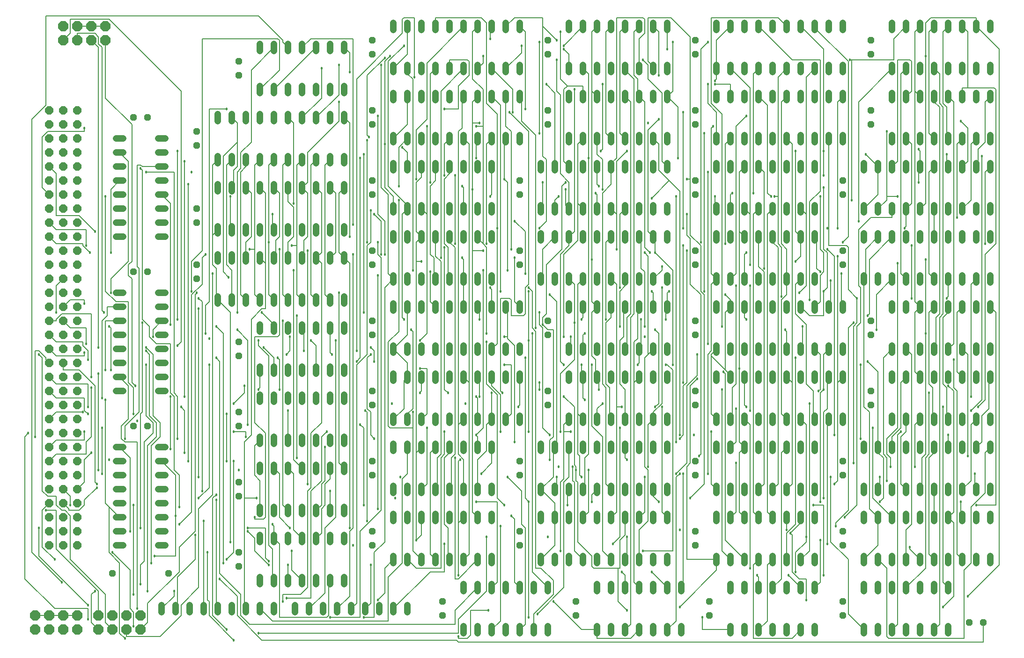
<source format=gbr>
G04 EAGLE Gerber RS-274X export*
G75*
%MOMM*%
%FSLAX34Y34*%
%LPD*%
%INTop Copper*%
%IPPOS*%
%AMOC8*
5,1,8,0,0,1.08239X$1,22.5*%
G01*
%ADD10P,1.319650X8X112.500000*%
%ADD11C,1.219200*%
%ADD12P,2.034460X8X22.500000*%
%ADD13P,1.649562X8X202.500000*%
%ADD14P,1.319650X8X202.500000*%
%ADD15P,1.319650X8X22.500000*%
%ADD16C,0.127000*%
%ADD17C,0.457200*%


D10*
X1003300Y50800D03*
X1003300Y76200D03*
X901700Y177800D03*
X901700Y203200D03*
X635000Y558800D03*
X635000Y584200D03*
X635000Y685800D03*
X635000Y711200D03*
X635000Y1066800D03*
X635000Y1092200D03*
X635000Y939800D03*
X635000Y965200D03*
X635000Y812800D03*
X635000Y838200D03*
X952500Y558800D03*
X952500Y584200D03*
X1244600Y50800D03*
X1244600Y76200D03*
X635000Y177800D03*
X635000Y203200D03*
X393700Y139700D03*
X393700Y165100D03*
X901700Y304800D03*
X901700Y330200D03*
X393700Y266700D03*
X393700Y292100D03*
X635000Y431800D03*
X635000Y457200D03*
X952500Y939800D03*
X952500Y965200D03*
X901700Y812800D03*
X901700Y838200D03*
X635000Y304800D03*
X635000Y330200D03*
X1219200Y431800D03*
X1219200Y457200D03*
X1219200Y558800D03*
X1219200Y584200D03*
X1485900Y50800D03*
X1485900Y76200D03*
X1219200Y685800D03*
X1219200Y711200D03*
X1219200Y812800D03*
X1219200Y838200D03*
X1219200Y1066800D03*
X1219200Y1092200D03*
X1219200Y939800D03*
X1219200Y965200D03*
X1536700Y1066800D03*
X1536700Y1092200D03*
X1536700Y939800D03*
X1536700Y965200D03*
X1536700Y431800D03*
X1536700Y457200D03*
X1485900Y177800D03*
X1485900Y203200D03*
X1485900Y812800D03*
X1485900Y838200D03*
X1536700Y558800D03*
X1536700Y584200D03*
X1219200Y304800D03*
X1219200Y330200D03*
X1485900Y304800D03*
X1485900Y330200D03*
X1485900Y685800D03*
X1485900Y711200D03*
X952500Y1066800D03*
X952500Y1092200D03*
X901700Y685800D03*
X901700Y711200D03*
X952500Y431800D03*
X952500Y457200D03*
X1219200Y177800D03*
X1219200Y203200D03*
D11*
X183896Y355600D02*
X171704Y355600D01*
X171704Y330200D02*
X183896Y330200D01*
X183896Y203200D02*
X171704Y203200D01*
X171704Y177800D02*
X183896Y177800D01*
X183896Y304800D02*
X171704Y304800D01*
X171704Y279400D02*
X183896Y279400D01*
X183896Y228600D02*
X171704Y228600D01*
X171704Y254000D02*
X183896Y254000D01*
X247904Y177800D02*
X260096Y177800D01*
X260096Y203200D02*
X247904Y203200D01*
X247904Y228600D02*
X260096Y228600D01*
X260096Y254000D02*
X247904Y254000D01*
X247904Y279400D02*
X260096Y279400D01*
X260096Y304800D02*
X247904Y304800D01*
X247904Y330200D02*
X260096Y330200D01*
X260096Y355600D02*
X247904Y355600D01*
X355600Y743204D02*
X355600Y755396D01*
X381000Y755396D02*
X381000Y743204D01*
X508000Y743204D02*
X508000Y755396D01*
X533400Y755396D02*
X533400Y743204D01*
X406400Y743204D02*
X406400Y755396D01*
X431800Y755396D02*
X431800Y743204D01*
X482600Y743204D02*
X482600Y755396D01*
X457200Y755396D02*
X457200Y743204D01*
X558800Y743204D02*
X558800Y755396D01*
X584200Y755396D02*
X584200Y743204D01*
X584200Y819404D02*
X584200Y831596D01*
X558800Y831596D02*
X558800Y819404D01*
X533400Y819404D02*
X533400Y831596D01*
X508000Y831596D02*
X508000Y819404D01*
X482600Y819404D02*
X482600Y831596D01*
X457200Y831596D02*
X457200Y819404D01*
X431800Y819404D02*
X431800Y831596D01*
X406400Y831596D02*
X406400Y819404D01*
X381000Y819404D02*
X381000Y831596D01*
X355600Y831596D02*
X355600Y819404D01*
X183896Y635000D02*
X171704Y635000D01*
X171704Y609600D02*
X183896Y609600D01*
X183896Y482600D02*
X171704Y482600D01*
X171704Y457200D02*
X183896Y457200D01*
X183896Y584200D02*
X171704Y584200D01*
X171704Y558800D02*
X183896Y558800D01*
X183896Y508000D02*
X171704Y508000D01*
X171704Y533400D02*
X183896Y533400D01*
X247904Y457200D02*
X260096Y457200D01*
X260096Y482600D02*
X247904Y482600D01*
X247904Y508000D02*
X260096Y508000D01*
X260096Y533400D02*
X247904Y533400D01*
X247904Y558800D02*
X260096Y558800D01*
X260096Y584200D02*
X247904Y584200D01*
X247904Y609600D02*
X260096Y609600D01*
X260096Y635000D02*
X247904Y635000D01*
X355600Y628396D02*
X355600Y616204D01*
X381000Y616204D02*
X381000Y628396D01*
X508000Y628396D02*
X508000Y616204D01*
X533400Y616204D02*
X533400Y628396D01*
X406400Y628396D02*
X406400Y616204D01*
X431800Y616204D02*
X431800Y628396D01*
X482600Y628396D02*
X482600Y616204D01*
X457200Y616204D02*
X457200Y628396D01*
X558800Y628396D02*
X558800Y616204D01*
X584200Y616204D02*
X584200Y628396D01*
X584200Y692404D02*
X584200Y704596D01*
X558800Y704596D02*
X558800Y692404D01*
X533400Y692404D02*
X533400Y704596D01*
X508000Y704596D02*
X508000Y692404D01*
X482600Y692404D02*
X482600Y704596D01*
X457200Y704596D02*
X457200Y692404D01*
X431800Y692404D02*
X431800Y704596D01*
X406400Y704596D02*
X406400Y692404D01*
X381000Y692404D02*
X381000Y704596D01*
X355600Y704596D02*
X355600Y692404D01*
X673100Y158496D02*
X673100Y146304D01*
X698500Y146304D02*
X698500Y158496D01*
X825500Y158496D02*
X825500Y146304D01*
X850900Y146304D02*
X850900Y158496D01*
X723900Y158496D02*
X723900Y146304D01*
X749300Y146304D02*
X749300Y158496D01*
X800100Y158496D02*
X800100Y146304D01*
X774700Y146304D02*
X774700Y158496D01*
X850900Y222504D02*
X850900Y234696D01*
X825500Y234696D02*
X825500Y222504D01*
X800100Y222504D02*
X800100Y234696D01*
X774700Y234696D02*
X774700Y222504D01*
X749300Y222504D02*
X749300Y234696D01*
X723900Y234696D02*
X723900Y222504D01*
X698500Y222504D02*
X698500Y234696D01*
X673100Y234696D02*
X673100Y222504D01*
X355600Y870204D02*
X355600Y882396D01*
X381000Y882396D02*
X381000Y870204D01*
X508000Y870204D02*
X508000Y882396D01*
X533400Y882396D02*
X533400Y870204D01*
X406400Y870204D02*
X406400Y882396D01*
X431800Y882396D02*
X431800Y870204D01*
X482600Y870204D02*
X482600Y882396D01*
X457200Y882396D02*
X457200Y870204D01*
X558800Y870204D02*
X558800Y882396D01*
X584200Y882396D02*
X584200Y870204D01*
X584200Y946404D02*
X584200Y958596D01*
X558800Y958596D02*
X558800Y946404D01*
X533400Y946404D02*
X533400Y958596D01*
X508000Y958596D02*
X508000Y946404D01*
X482600Y946404D02*
X482600Y958596D01*
X457200Y958596D02*
X457200Y946404D01*
X431800Y946404D02*
X431800Y958596D01*
X406400Y958596D02*
X406400Y946404D01*
X381000Y946404D02*
X381000Y958596D01*
X355600Y958596D02*
X355600Y946404D01*
X673100Y285496D02*
X673100Y273304D01*
X698500Y273304D02*
X698500Y285496D01*
X825500Y285496D02*
X825500Y273304D01*
X850900Y273304D02*
X850900Y285496D01*
X723900Y285496D02*
X723900Y273304D01*
X749300Y273304D02*
X749300Y285496D01*
X800100Y285496D02*
X800100Y273304D01*
X774700Y273304D02*
X774700Y285496D01*
X850900Y349504D02*
X850900Y361696D01*
X825500Y361696D02*
X825500Y349504D01*
X800100Y349504D02*
X800100Y361696D01*
X774700Y361696D02*
X774700Y349504D01*
X749300Y349504D02*
X749300Y361696D01*
X723900Y361696D02*
X723900Y349504D01*
X698500Y349504D02*
X698500Y361696D01*
X673100Y361696D02*
X673100Y349504D01*
X673100Y654304D02*
X673100Y666496D01*
X698500Y666496D02*
X698500Y654304D01*
X825500Y654304D02*
X825500Y666496D01*
X850900Y666496D02*
X850900Y654304D01*
X723900Y654304D02*
X723900Y666496D01*
X749300Y666496D02*
X749300Y654304D01*
X800100Y654304D02*
X800100Y666496D01*
X774700Y666496D02*
X774700Y654304D01*
X850900Y730504D02*
X850900Y742696D01*
X825500Y742696D02*
X825500Y730504D01*
X800100Y730504D02*
X800100Y742696D01*
X774700Y742696D02*
X774700Y730504D01*
X749300Y730504D02*
X749300Y742696D01*
X723900Y742696D02*
X723900Y730504D01*
X698500Y730504D02*
X698500Y742696D01*
X673100Y742696D02*
X673100Y730504D01*
X673100Y781304D02*
X673100Y793496D01*
X698500Y793496D02*
X698500Y781304D01*
X825500Y781304D02*
X825500Y793496D01*
X850900Y793496D02*
X850900Y781304D01*
X723900Y781304D02*
X723900Y793496D01*
X749300Y793496D02*
X749300Y781304D01*
X800100Y781304D02*
X800100Y793496D01*
X774700Y793496D02*
X774700Y781304D01*
X850900Y857504D02*
X850900Y869696D01*
X825500Y869696D02*
X825500Y857504D01*
X800100Y857504D02*
X800100Y869696D01*
X774700Y869696D02*
X774700Y857504D01*
X749300Y857504D02*
X749300Y869696D01*
X723900Y869696D02*
X723900Y857504D01*
X698500Y857504D02*
X698500Y869696D01*
X673100Y869696D02*
X673100Y857504D01*
X673100Y908304D02*
X673100Y920496D01*
X698500Y920496D02*
X698500Y908304D01*
X825500Y908304D02*
X825500Y920496D01*
X850900Y920496D02*
X850900Y908304D01*
X723900Y908304D02*
X723900Y920496D01*
X749300Y920496D02*
X749300Y908304D01*
X800100Y908304D02*
X800100Y920496D01*
X774700Y920496D02*
X774700Y908304D01*
X876300Y908304D02*
X876300Y920496D01*
X901700Y920496D02*
X901700Y908304D01*
X901700Y984504D02*
X901700Y996696D01*
X876300Y996696D02*
X876300Y984504D01*
X850900Y984504D02*
X850900Y996696D01*
X825500Y996696D02*
X825500Y984504D01*
X800100Y984504D02*
X800100Y996696D01*
X774700Y996696D02*
X774700Y984504D01*
X749300Y984504D02*
X749300Y996696D01*
X723900Y996696D02*
X723900Y984504D01*
X698500Y984504D02*
X698500Y996696D01*
X673100Y996696D02*
X673100Y984504D01*
X673100Y1035304D02*
X673100Y1047496D01*
X698500Y1047496D02*
X698500Y1035304D01*
X825500Y1035304D02*
X825500Y1047496D01*
X850900Y1047496D02*
X850900Y1035304D01*
X723900Y1035304D02*
X723900Y1047496D01*
X749300Y1047496D02*
X749300Y1035304D01*
X800100Y1035304D02*
X800100Y1047496D01*
X774700Y1047496D02*
X774700Y1035304D01*
X876300Y1035304D02*
X876300Y1047496D01*
X901700Y1047496D02*
X901700Y1035304D01*
X901700Y1111504D02*
X901700Y1123696D01*
X876300Y1123696D02*
X876300Y1111504D01*
X850900Y1111504D02*
X850900Y1123696D01*
X825500Y1123696D02*
X825500Y1111504D01*
X800100Y1111504D02*
X800100Y1123696D01*
X774700Y1123696D02*
X774700Y1111504D01*
X749300Y1111504D02*
X749300Y1123696D01*
X723900Y1123696D02*
X723900Y1111504D01*
X698500Y1111504D02*
X698500Y1123696D01*
X673100Y1123696D02*
X673100Y1111504D01*
D12*
X25400Y25400D03*
X25400Y50800D03*
X50800Y25400D03*
X50800Y50800D03*
X76200Y25400D03*
X76200Y50800D03*
X101600Y25400D03*
X101600Y50800D03*
X76200Y1092200D03*
X76200Y1117600D03*
X101600Y1092200D03*
X101600Y1117600D03*
X127000Y1092200D03*
X127000Y1117600D03*
X152400Y1092200D03*
X152400Y1117600D03*
D11*
X698500Y69596D02*
X698500Y57404D01*
X673100Y57404D02*
X673100Y69596D01*
X647700Y69596D02*
X647700Y57404D01*
X622300Y57404D02*
X622300Y69596D01*
X596900Y69596D02*
X596900Y57404D01*
X571500Y57404D02*
X571500Y69596D01*
X546100Y69596D02*
X546100Y57404D01*
X520700Y57404D02*
X520700Y69596D01*
X495300Y69596D02*
X495300Y57404D01*
X457200Y57404D02*
X457200Y69596D01*
X431800Y69596D02*
X431800Y57404D01*
X406400Y57404D02*
X406400Y69596D01*
X381000Y69596D02*
X381000Y57404D01*
X355600Y57404D02*
X355600Y69596D01*
X330200Y69596D02*
X330200Y57404D01*
X304800Y57404D02*
X304800Y69596D01*
X279400Y69596D02*
X279400Y57404D01*
X254000Y57404D02*
X254000Y69596D01*
D13*
X50800Y177800D03*
X50800Y203200D03*
X50800Y228600D03*
X50800Y254000D03*
X50800Y279400D03*
X50800Y304800D03*
X50800Y330200D03*
X50800Y355600D03*
X50800Y381000D03*
X50800Y406400D03*
X50800Y431800D03*
X50800Y457200D03*
X50800Y482600D03*
X50800Y508000D03*
X50800Y533400D03*
X50800Y558800D03*
X76200Y177800D03*
X76200Y203200D03*
X76200Y228600D03*
X76200Y254000D03*
X76200Y279400D03*
X76200Y304800D03*
X76200Y330200D03*
X76200Y355600D03*
X76200Y381000D03*
X76200Y406400D03*
X76200Y431800D03*
X76200Y457200D03*
X76200Y482600D03*
X76200Y508000D03*
X76200Y533400D03*
X76200Y558800D03*
X101600Y177800D03*
X101600Y203200D03*
X101600Y228600D03*
X101600Y254000D03*
X101600Y279400D03*
X101600Y304800D03*
X101600Y330200D03*
X101600Y355600D03*
X101600Y381000D03*
X101600Y406400D03*
X101600Y431800D03*
X101600Y457200D03*
X101600Y482600D03*
X101600Y508000D03*
X101600Y533400D03*
X101600Y558800D03*
X50800Y584200D03*
X50800Y609600D03*
X50800Y635000D03*
X50800Y660400D03*
X50800Y685800D03*
X50800Y711200D03*
X50800Y736600D03*
X50800Y762000D03*
X50800Y787400D03*
X50800Y812800D03*
X50800Y838200D03*
X50800Y863600D03*
X50800Y889000D03*
X50800Y914400D03*
X50800Y939800D03*
X50800Y965200D03*
X76200Y584200D03*
X76200Y609600D03*
X76200Y635000D03*
X76200Y660400D03*
X76200Y685800D03*
X76200Y711200D03*
X76200Y736600D03*
X76200Y762000D03*
X76200Y787400D03*
X76200Y812800D03*
X76200Y838200D03*
X76200Y863600D03*
X76200Y889000D03*
X76200Y914400D03*
X76200Y939800D03*
X76200Y965200D03*
X101600Y584200D03*
X101600Y609600D03*
X101600Y635000D03*
X101600Y660400D03*
X101600Y685800D03*
X101600Y711200D03*
X101600Y736600D03*
X101600Y762000D03*
X101600Y787400D03*
X101600Y812800D03*
X101600Y838200D03*
X101600Y863600D03*
X101600Y889000D03*
X101600Y914400D03*
X101600Y939800D03*
X101600Y965200D03*
D14*
X1739900Y38100D03*
X1714500Y38100D03*
X266700Y127000D03*
X165100Y127000D03*
D11*
X431800Y235204D02*
X431800Y247396D01*
X457200Y247396D02*
X457200Y235204D01*
X584200Y235204D02*
X584200Y247396D01*
X584200Y311404D02*
X584200Y323596D01*
X482600Y247396D02*
X482600Y235204D01*
X508000Y235204D02*
X508000Y247396D01*
X558800Y247396D02*
X558800Y235204D01*
X533400Y235204D02*
X533400Y247396D01*
X558800Y311404D02*
X558800Y323596D01*
X533400Y323596D02*
X533400Y311404D01*
X508000Y311404D02*
X508000Y323596D01*
X482600Y323596D02*
X482600Y311404D01*
X457200Y311404D02*
X457200Y323596D01*
X431800Y323596D02*
X431800Y311404D01*
X800100Y31496D02*
X800100Y19304D01*
X825500Y19304D02*
X825500Y31496D01*
X952500Y31496D02*
X952500Y19304D01*
X952500Y95504D02*
X952500Y107696D01*
X850900Y31496D02*
X850900Y19304D01*
X876300Y19304D02*
X876300Y31496D01*
X927100Y31496D02*
X927100Y19304D01*
X901700Y19304D02*
X901700Y31496D01*
X927100Y95504D02*
X927100Y107696D01*
X901700Y107696D02*
X901700Y95504D01*
X876300Y95504D02*
X876300Y107696D01*
X850900Y107696D02*
X850900Y95504D01*
X825500Y95504D02*
X825500Y107696D01*
X800100Y107696D02*
X800100Y95504D01*
X431800Y997204D02*
X431800Y1009396D01*
X457200Y1009396D02*
X457200Y997204D01*
X584200Y997204D02*
X584200Y1009396D01*
X584200Y1073404D02*
X584200Y1085596D01*
X482600Y1009396D02*
X482600Y997204D01*
X508000Y997204D02*
X508000Y1009396D01*
X558800Y1009396D02*
X558800Y997204D01*
X533400Y997204D02*
X533400Y1009396D01*
X558800Y1073404D02*
X558800Y1085596D01*
X533400Y1085596D02*
X533400Y1073404D01*
X508000Y1073404D02*
X508000Y1085596D01*
X482600Y1085596D02*
X482600Y1073404D01*
X457200Y1073404D02*
X457200Y1085596D01*
X431800Y1085596D02*
X431800Y1073404D01*
X431800Y120396D02*
X431800Y108204D01*
X457200Y108204D02*
X457200Y120396D01*
X584200Y120396D02*
X584200Y108204D01*
X584200Y184404D02*
X584200Y196596D01*
X482600Y120396D02*
X482600Y108204D01*
X508000Y108204D02*
X508000Y120396D01*
X558800Y120396D02*
X558800Y108204D01*
X533400Y108204D02*
X533400Y120396D01*
X558800Y184404D02*
X558800Y196596D01*
X533400Y196596D02*
X533400Y184404D01*
X508000Y184404D02*
X508000Y196596D01*
X482600Y196596D02*
X482600Y184404D01*
X457200Y184404D02*
X457200Y196596D01*
X431800Y196596D02*
X431800Y184404D01*
X183896Y914400D02*
X171704Y914400D01*
X171704Y889000D02*
X183896Y889000D01*
X183896Y762000D02*
X171704Y762000D01*
X171704Y736600D02*
X183896Y736600D01*
X183896Y863600D02*
X171704Y863600D01*
X171704Y838200D02*
X183896Y838200D01*
X183896Y787400D02*
X171704Y787400D01*
X171704Y812800D02*
X183896Y812800D01*
X247904Y736600D02*
X260096Y736600D01*
X260096Y762000D02*
X247904Y762000D01*
X247904Y787400D02*
X260096Y787400D01*
X260096Y812800D02*
X247904Y812800D01*
X247904Y838200D02*
X260096Y838200D01*
X260096Y863600D02*
X247904Y863600D01*
X247904Y889000D02*
X260096Y889000D01*
X260096Y914400D02*
X247904Y914400D01*
D12*
X139700Y25400D03*
X139700Y50800D03*
X165100Y25400D03*
X165100Y50800D03*
X190500Y25400D03*
X190500Y50800D03*
X215900Y25400D03*
X215900Y50800D03*
D11*
X431800Y362204D02*
X431800Y374396D01*
X457200Y374396D02*
X457200Y362204D01*
X584200Y362204D02*
X584200Y374396D01*
X584200Y438404D02*
X584200Y450596D01*
X482600Y374396D02*
X482600Y362204D01*
X508000Y362204D02*
X508000Y374396D01*
X558800Y374396D02*
X558800Y362204D01*
X533400Y362204D02*
X533400Y374396D01*
X558800Y438404D02*
X558800Y450596D01*
X533400Y450596D02*
X533400Y438404D01*
X508000Y438404D02*
X508000Y450596D01*
X482600Y450596D02*
X482600Y438404D01*
X457200Y438404D02*
X457200Y450596D01*
X431800Y450596D02*
X431800Y438404D01*
X673100Y527304D02*
X673100Y539496D01*
X698500Y539496D02*
X698500Y527304D01*
X825500Y527304D02*
X825500Y539496D01*
X850900Y539496D02*
X850900Y527304D01*
X723900Y527304D02*
X723900Y539496D01*
X749300Y539496D02*
X749300Y527304D01*
X800100Y527304D02*
X800100Y539496D01*
X774700Y539496D02*
X774700Y527304D01*
X876300Y527304D02*
X876300Y539496D01*
X901700Y539496D02*
X901700Y527304D01*
X901700Y603504D02*
X901700Y615696D01*
X876300Y615696D02*
X876300Y603504D01*
X850900Y603504D02*
X850900Y615696D01*
X825500Y615696D02*
X825500Y603504D01*
X800100Y603504D02*
X800100Y615696D01*
X774700Y615696D02*
X774700Y603504D01*
X749300Y603504D02*
X749300Y615696D01*
X723900Y615696D02*
X723900Y603504D01*
X698500Y603504D02*
X698500Y615696D01*
X673100Y615696D02*
X673100Y603504D01*
X673100Y412496D02*
X673100Y400304D01*
X698500Y400304D02*
X698500Y412496D01*
X825500Y412496D02*
X825500Y400304D01*
X850900Y400304D02*
X850900Y412496D01*
X723900Y412496D02*
X723900Y400304D01*
X749300Y400304D02*
X749300Y412496D01*
X800100Y412496D02*
X800100Y400304D01*
X774700Y400304D02*
X774700Y412496D01*
X876300Y412496D02*
X876300Y400304D01*
X901700Y400304D02*
X901700Y412496D01*
X901700Y476504D02*
X901700Y488696D01*
X876300Y488696D02*
X876300Y476504D01*
X850900Y476504D02*
X850900Y488696D01*
X825500Y488696D02*
X825500Y476504D01*
X800100Y476504D02*
X800100Y488696D01*
X774700Y488696D02*
X774700Y476504D01*
X749300Y476504D02*
X749300Y488696D01*
X723900Y488696D02*
X723900Y476504D01*
X698500Y476504D02*
X698500Y488696D01*
X673100Y488696D02*
X673100Y476504D01*
X990600Y1035304D02*
X990600Y1047496D01*
X1016000Y1047496D02*
X1016000Y1035304D01*
X1143000Y1035304D02*
X1143000Y1047496D01*
X1168400Y1047496D02*
X1168400Y1035304D01*
X1041400Y1035304D02*
X1041400Y1047496D01*
X1066800Y1047496D02*
X1066800Y1035304D01*
X1117600Y1035304D02*
X1117600Y1047496D01*
X1092200Y1047496D02*
X1092200Y1035304D01*
X1168400Y1111504D02*
X1168400Y1123696D01*
X1143000Y1123696D02*
X1143000Y1111504D01*
X1117600Y1111504D02*
X1117600Y1123696D01*
X1092200Y1123696D02*
X1092200Y1111504D01*
X1066800Y1111504D02*
X1066800Y1123696D01*
X1041400Y1123696D02*
X1041400Y1111504D01*
X1016000Y1111504D02*
X1016000Y1123696D01*
X990600Y1123696D02*
X990600Y1111504D01*
X990600Y920496D02*
X990600Y908304D01*
X1016000Y908304D02*
X1016000Y920496D01*
X1143000Y920496D02*
X1143000Y908304D01*
X1168400Y908304D02*
X1168400Y920496D01*
X1041400Y920496D02*
X1041400Y908304D01*
X1066800Y908304D02*
X1066800Y920496D01*
X1117600Y920496D02*
X1117600Y908304D01*
X1092200Y908304D02*
X1092200Y920496D01*
X1168400Y984504D02*
X1168400Y996696D01*
X1143000Y996696D02*
X1143000Y984504D01*
X1117600Y984504D02*
X1117600Y996696D01*
X1092200Y996696D02*
X1092200Y984504D01*
X1066800Y984504D02*
X1066800Y996696D01*
X1041400Y996696D02*
X1041400Y984504D01*
X1016000Y984504D02*
X1016000Y996696D01*
X990600Y996696D02*
X990600Y984504D01*
X990600Y539496D02*
X990600Y527304D01*
X1016000Y527304D02*
X1016000Y539496D01*
X1143000Y539496D02*
X1143000Y527304D01*
X1168400Y527304D02*
X1168400Y539496D01*
X1041400Y539496D02*
X1041400Y527304D01*
X1066800Y527304D02*
X1066800Y539496D01*
X1117600Y539496D02*
X1117600Y527304D01*
X1092200Y527304D02*
X1092200Y539496D01*
X1168400Y603504D02*
X1168400Y615696D01*
X1143000Y615696D02*
X1143000Y603504D01*
X1117600Y603504D02*
X1117600Y615696D01*
X1092200Y615696D02*
X1092200Y603504D01*
X1066800Y603504D02*
X1066800Y615696D01*
X1041400Y615696D02*
X1041400Y603504D01*
X1016000Y603504D02*
X1016000Y615696D01*
X990600Y615696D02*
X990600Y603504D01*
X990600Y412496D02*
X990600Y400304D01*
X1016000Y400304D02*
X1016000Y412496D01*
X1143000Y412496D02*
X1143000Y400304D01*
X1168400Y400304D02*
X1168400Y412496D01*
X1041400Y412496D02*
X1041400Y400304D01*
X1066800Y400304D02*
X1066800Y412496D01*
X1117600Y412496D02*
X1117600Y400304D01*
X1092200Y400304D02*
X1092200Y412496D01*
X1168400Y476504D02*
X1168400Y488696D01*
X1143000Y488696D02*
X1143000Y476504D01*
X1117600Y476504D02*
X1117600Y488696D01*
X1092200Y488696D02*
X1092200Y476504D01*
X1066800Y476504D02*
X1066800Y488696D01*
X1041400Y488696D02*
X1041400Y476504D01*
X1016000Y476504D02*
X1016000Y488696D01*
X990600Y488696D02*
X990600Y476504D01*
X939800Y781304D02*
X939800Y793496D01*
X965200Y793496D02*
X965200Y781304D01*
X1092200Y781304D02*
X1092200Y793496D01*
X1117600Y793496D02*
X1117600Y781304D01*
X990600Y781304D02*
X990600Y793496D01*
X1016000Y793496D02*
X1016000Y781304D01*
X1066800Y781304D02*
X1066800Y793496D01*
X1041400Y793496D02*
X1041400Y781304D01*
X1143000Y781304D02*
X1143000Y793496D01*
X1168400Y793496D02*
X1168400Y781304D01*
X1168400Y857504D02*
X1168400Y869696D01*
X1143000Y869696D02*
X1143000Y857504D01*
X1117600Y857504D02*
X1117600Y869696D01*
X1092200Y869696D02*
X1092200Y857504D01*
X1066800Y857504D02*
X1066800Y869696D01*
X1041400Y869696D02*
X1041400Y857504D01*
X1016000Y857504D02*
X1016000Y869696D01*
X990600Y869696D02*
X990600Y857504D01*
X965200Y857504D02*
X965200Y869696D01*
X939800Y869696D02*
X939800Y857504D01*
X939800Y666496D02*
X939800Y654304D01*
X965200Y654304D02*
X965200Y666496D01*
X1092200Y666496D02*
X1092200Y654304D01*
X1117600Y654304D02*
X1117600Y666496D01*
X990600Y666496D02*
X990600Y654304D01*
X1016000Y654304D02*
X1016000Y666496D01*
X1066800Y666496D02*
X1066800Y654304D01*
X1041400Y654304D02*
X1041400Y666496D01*
X1143000Y666496D02*
X1143000Y654304D01*
X1168400Y654304D02*
X1168400Y666496D01*
X1168400Y730504D02*
X1168400Y742696D01*
X1143000Y742696D02*
X1143000Y730504D01*
X1117600Y730504D02*
X1117600Y742696D01*
X1092200Y742696D02*
X1092200Y730504D01*
X1066800Y730504D02*
X1066800Y742696D01*
X1041400Y742696D02*
X1041400Y730504D01*
X1016000Y730504D02*
X1016000Y742696D01*
X990600Y742696D02*
X990600Y730504D01*
X965200Y730504D02*
X965200Y742696D01*
X939800Y742696D02*
X939800Y730504D01*
X1041400Y31496D02*
X1041400Y19304D01*
X1066800Y19304D02*
X1066800Y31496D01*
X1193800Y31496D02*
X1193800Y19304D01*
X1193800Y95504D02*
X1193800Y107696D01*
X1092200Y31496D02*
X1092200Y19304D01*
X1117600Y19304D02*
X1117600Y31496D01*
X1168400Y31496D02*
X1168400Y19304D01*
X1143000Y19304D02*
X1143000Y31496D01*
X1168400Y95504D02*
X1168400Y107696D01*
X1143000Y107696D02*
X1143000Y95504D01*
X1117600Y95504D02*
X1117600Y107696D01*
X1092200Y107696D02*
X1092200Y95504D01*
X1066800Y95504D02*
X1066800Y107696D01*
X1041400Y107696D02*
X1041400Y95504D01*
X939800Y273304D02*
X939800Y285496D01*
X965200Y285496D02*
X965200Y273304D01*
X1092200Y273304D02*
X1092200Y285496D01*
X1117600Y285496D02*
X1117600Y273304D01*
X990600Y273304D02*
X990600Y285496D01*
X1016000Y285496D02*
X1016000Y273304D01*
X1066800Y273304D02*
X1066800Y285496D01*
X1041400Y285496D02*
X1041400Y273304D01*
X1143000Y273304D02*
X1143000Y285496D01*
X1168400Y285496D02*
X1168400Y273304D01*
X1168400Y349504D02*
X1168400Y361696D01*
X1143000Y361696D02*
X1143000Y349504D01*
X1117600Y349504D02*
X1117600Y361696D01*
X1092200Y361696D02*
X1092200Y349504D01*
X1066800Y349504D02*
X1066800Y361696D01*
X1041400Y361696D02*
X1041400Y349504D01*
X1016000Y349504D02*
X1016000Y361696D01*
X990600Y361696D02*
X990600Y349504D01*
X965200Y349504D02*
X965200Y361696D01*
X939800Y361696D02*
X939800Y349504D01*
X939800Y158496D02*
X939800Y146304D01*
X965200Y146304D02*
X965200Y158496D01*
X1092200Y158496D02*
X1092200Y146304D01*
X1117600Y146304D02*
X1117600Y158496D01*
X990600Y158496D02*
X990600Y146304D01*
X1016000Y146304D02*
X1016000Y158496D01*
X1066800Y158496D02*
X1066800Y146304D01*
X1041400Y146304D02*
X1041400Y158496D01*
X1143000Y158496D02*
X1143000Y146304D01*
X1168400Y146304D02*
X1168400Y158496D01*
X1168400Y222504D02*
X1168400Y234696D01*
X1143000Y234696D02*
X1143000Y222504D01*
X1117600Y222504D02*
X1117600Y234696D01*
X1092200Y234696D02*
X1092200Y222504D01*
X1066800Y222504D02*
X1066800Y234696D01*
X1041400Y234696D02*
X1041400Y222504D01*
X1016000Y222504D02*
X1016000Y234696D01*
X990600Y234696D02*
X990600Y222504D01*
X965200Y222504D02*
X965200Y234696D01*
X939800Y234696D02*
X939800Y222504D01*
X1257300Y158496D02*
X1257300Y146304D01*
X1282700Y146304D02*
X1282700Y158496D01*
X1409700Y158496D02*
X1409700Y146304D01*
X1435100Y146304D02*
X1435100Y158496D01*
X1308100Y158496D02*
X1308100Y146304D01*
X1333500Y146304D02*
X1333500Y158496D01*
X1384300Y158496D02*
X1384300Y146304D01*
X1358900Y146304D02*
X1358900Y158496D01*
X1435100Y222504D02*
X1435100Y234696D01*
X1409700Y234696D02*
X1409700Y222504D01*
X1384300Y222504D02*
X1384300Y234696D01*
X1358900Y234696D02*
X1358900Y222504D01*
X1333500Y222504D02*
X1333500Y234696D01*
X1308100Y234696D02*
X1308100Y222504D01*
X1282700Y222504D02*
X1282700Y234696D01*
X1257300Y234696D02*
X1257300Y222504D01*
X1257300Y781304D02*
X1257300Y793496D01*
X1282700Y793496D02*
X1282700Y781304D01*
X1409700Y781304D02*
X1409700Y793496D01*
X1435100Y793496D02*
X1435100Y781304D01*
X1308100Y781304D02*
X1308100Y793496D01*
X1333500Y793496D02*
X1333500Y781304D01*
X1384300Y781304D02*
X1384300Y793496D01*
X1358900Y793496D02*
X1358900Y781304D01*
X1435100Y857504D02*
X1435100Y869696D01*
X1409700Y869696D02*
X1409700Y857504D01*
X1384300Y857504D02*
X1384300Y869696D01*
X1358900Y869696D02*
X1358900Y857504D01*
X1333500Y857504D02*
X1333500Y869696D01*
X1308100Y869696D02*
X1308100Y857504D01*
X1282700Y857504D02*
X1282700Y869696D01*
X1257300Y869696D02*
X1257300Y857504D01*
X1257300Y666496D02*
X1257300Y654304D01*
X1282700Y654304D02*
X1282700Y666496D01*
X1409700Y666496D02*
X1409700Y654304D01*
X1435100Y654304D02*
X1435100Y666496D01*
X1308100Y666496D02*
X1308100Y654304D01*
X1333500Y654304D02*
X1333500Y666496D01*
X1384300Y666496D02*
X1384300Y654304D01*
X1358900Y654304D02*
X1358900Y666496D01*
X1435100Y730504D02*
X1435100Y742696D01*
X1409700Y742696D02*
X1409700Y730504D01*
X1384300Y730504D02*
X1384300Y742696D01*
X1358900Y742696D02*
X1358900Y730504D01*
X1333500Y730504D02*
X1333500Y742696D01*
X1308100Y742696D02*
X1308100Y730504D01*
X1282700Y730504D02*
X1282700Y742696D01*
X1257300Y742696D02*
X1257300Y730504D01*
X1257300Y285496D02*
X1257300Y273304D01*
X1282700Y273304D02*
X1282700Y285496D01*
X1409700Y285496D02*
X1409700Y273304D01*
X1435100Y273304D02*
X1435100Y285496D01*
X1308100Y285496D02*
X1308100Y273304D01*
X1333500Y273304D02*
X1333500Y285496D01*
X1384300Y285496D02*
X1384300Y273304D01*
X1358900Y273304D02*
X1358900Y285496D01*
X1435100Y349504D02*
X1435100Y361696D01*
X1409700Y361696D02*
X1409700Y349504D01*
X1384300Y349504D02*
X1384300Y361696D01*
X1358900Y361696D02*
X1358900Y349504D01*
X1333500Y349504D02*
X1333500Y361696D01*
X1308100Y361696D02*
X1308100Y349504D01*
X1282700Y349504D02*
X1282700Y361696D01*
X1257300Y361696D02*
X1257300Y349504D01*
X1257300Y1035304D02*
X1257300Y1047496D01*
X1282700Y1047496D02*
X1282700Y1035304D01*
X1409700Y1035304D02*
X1409700Y1047496D01*
X1435100Y1047496D02*
X1435100Y1035304D01*
X1308100Y1035304D02*
X1308100Y1047496D01*
X1333500Y1047496D02*
X1333500Y1035304D01*
X1384300Y1035304D02*
X1384300Y1047496D01*
X1358900Y1047496D02*
X1358900Y1035304D01*
X1460500Y1035304D02*
X1460500Y1047496D01*
X1485900Y1047496D02*
X1485900Y1035304D01*
X1485900Y1111504D02*
X1485900Y1123696D01*
X1460500Y1123696D02*
X1460500Y1111504D01*
X1435100Y1111504D02*
X1435100Y1123696D01*
X1409700Y1123696D02*
X1409700Y1111504D01*
X1384300Y1111504D02*
X1384300Y1123696D01*
X1358900Y1123696D02*
X1358900Y1111504D01*
X1333500Y1111504D02*
X1333500Y1123696D01*
X1308100Y1123696D02*
X1308100Y1111504D01*
X1282700Y1111504D02*
X1282700Y1123696D01*
X1257300Y1123696D02*
X1257300Y1111504D01*
X1257300Y920496D02*
X1257300Y908304D01*
X1282700Y908304D02*
X1282700Y920496D01*
X1409700Y920496D02*
X1409700Y908304D01*
X1435100Y908304D02*
X1435100Y920496D01*
X1308100Y920496D02*
X1308100Y908304D01*
X1333500Y908304D02*
X1333500Y920496D01*
X1384300Y920496D02*
X1384300Y908304D01*
X1358900Y908304D02*
X1358900Y920496D01*
X1460500Y920496D02*
X1460500Y908304D01*
X1485900Y908304D02*
X1485900Y920496D01*
X1485900Y984504D02*
X1485900Y996696D01*
X1460500Y996696D02*
X1460500Y984504D01*
X1435100Y984504D02*
X1435100Y996696D01*
X1409700Y996696D02*
X1409700Y984504D01*
X1384300Y984504D02*
X1384300Y996696D01*
X1358900Y996696D02*
X1358900Y984504D01*
X1333500Y984504D02*
X1333500Y996696D01*
X1308100Y996696D02*
X1308100Y984504D01*
X1282700Y984504D02*
X1282700Y996696D01*
X1257300Y996696D02*
X1257300Y984504D01*
X1282700Y31496D02*
X1282700Y19304D01*
X1308100Y19304D02*
X1308100Y31496D01*
X1435100Y31496D02*
X1435100Y19304D01*
X1435100Y95504D02*
X1435100Y107696D01*
X1333500Y31496D02*
X1333500Y19304D01*
X1358900Y19304D02*
X1358900Y31496D01*
X1409700Y31496D02*
X1409700Y19304D01*
X1384300Y19304D02*
X1384300Y31496D01*
X1409700Y95504D02*
X1409700Y107696D01*
X1384300Y107696D02*
X1384300Y95504D01*
X1358900Y95504D02*
X1358900Y107696D01*
X1333500Y107696D02*
X1333500Y95504D01*
X1308100Y95504D02*
X1308100Y107696D01*
X1282700Y107696D02*
X1282700Y95504D01*
X431800Y489204D02*
X431800Y501396D01*
X457200Y501396D02*
X457200Y489204D01*
X584200Y489204D02*
X584200Y501396D01*
X584200Y565404D02*
X584200Y577596D01*
X482600Y501396D02*
X482600Y489204D01*
X508000Y489204D02*
X508000Y501396D01*
X558800Y501396D02*
X558800Y489204D01*
X533400Y489204D02*
X533400Y501396D01*
X558800Y565404D02*
X558800Y577596D01*
X533400Y577596D02*
X533400Y565404D01*
X508000Y565404D02*
X508000Y577596D01*
X482600Y577596D02*
X482600Y565404D01*
X457200Y565404D02*
X457200Y577596D01*
X431800Y577596D02*
X431800Y565404D01*
X1257300Y539496D02*
X1257300Y527304D01*
X1282700Y527304D02*
X1282700Y539496D01*
X1409700Y539496D02*
X1409700Y527304D01*
X1435100Y527304D02*
X1435100Y539496D01*
X1308100Y539496D02*
X1308100Y527304D01*
X1333500Y527304D02*
X1333500Y539496D01*
X1384300Y539496D02*
X1384300Y527304D01*
X1358900Y527304D02*
X1358900Y539496D01*
X1460500Y539496D02*
X1460500Y527304D01*
X1485900Y527304D02*
X1485900Y539496D01*
X1485900Y603504D02*
X1485900Y615696D01*
X1460500Y615696D02*
X1460500Y603504D01*
X1435100Y603504D02*
X1435100Y615696D01*
X1409700Y615696D02*
X1409700Y603504D01*
X1384300Y603504D02*
X1384300Y615696D01*
X1358900Y615696D02*
X1358900Y603504D01*
X1333500Y603504D02*
X1333500Y615696D01*
X1308100Y615696D02*
X1308100Y603504D01*
X1282700Y603504D02*
X1282700Y615696D01*
X1257300Y615696D02*
X1257300Y603504D01*
X1257300Y412496D02*
X1257300Y400304D01*
X1282700Y400304D02*
X1282700Y412496D01*
X1409700Y412496D02*
X1409700Y400304D01*
X1435100Y400304D02*
X1435100Y412496D01*
X1308100Y412496D02*
X1308100Y400304D01*
X1333500Y400304D02*
X1333500Y412496D01*
X1384300Y412496D02*
X1384300Y400304D01*
X1358900Y400304D02*
X1358900Y412496D01*
X1460500Y412496D02*
X1460500Y400304D01*
X1485900Y400304D02*
X1485900Y412496D01*
X1485900Y476504D02*
X1485900Y488696D01*
X1460500Y488696D02*
X1460500Y476504D01*
X1435100Y476504D02*
X1435100Y488696D01*
X1409700Y488696D02*
X1409700Y476504D01*
X1384300Y476504D02*
X1384300Y488696D01*
X1358900Y488696D02*
X1358900Y476504D01*
X1333500Y476504D02*
X1333500Y488696D01*
X1308100Y488696D02*
X1308100Y476504D01*
X1282700Y476504D02*
X1282700Y488696D01*
X1257300Y488696D02*
X1257300Y476504D01*
X1574800Y1035304D02*
X1574800Y1047496D01*
X1600200Y1047496D02*
X1600200Y1035304D01*
X1727200Y1035304D02*
X1727200Y1047496D01*
X1752600Y1047496D02*
X1752600Y1035304D01*
X1625600Y1035304D02*
X1625600Y1047496D01*
X1651000Y1047496D02*
X1651000Y1035304D01*
X1701800Y1035304D02*
X1701800Y1047496D01*
X1676400Y1047496D02*
X1676400Y1035304D01*
X1752600Y1111504D02*
X1752600Y1123696D01*
X1727200Y1123696D02*
X1727200Y1111504D01*
X1701800Y1111504D02*
X1701800Y1123696D01*
X1676400Y1123696D02*
X1676400Y1111504D01*
X1651000Y1111504D02*
X1651000Y1123696D01*
X1625600Y1123696D02*
X1625600Y1111504D01*
X1600200Y1111504D02*
X1600200Y1123696D01*
X1574800Y1123696D02*
X1574800Y1111504D01*
X1574800Y920496D02*
X1574800Y908304D01*
X1600200Y908304D02*
X1600200Y920496D01*
X1727200Y920496D02*
X1727200Y908304D01*
X1752600Y908304D02*
X1752600Y920496D01*
X1625600Y920496D02*
X1625600Y908304D01*
X1651000Y908304D02*
X1651000Y920496D01*
X1701800Y920496D02*
X1701800Y908304D01*
X1676400Y908304D02*
X1676400Y920496D01*
X1752600Y984504D02*
X1752600Y996696D01*
X1727200Y996696D02*
X1727200Y984504D01*
X1701800Y984504D02*
X1701800Y996696D01*
X1676400Y996696D02*
X1676400Y984504D01*
X1651000Y984504D02*
X1651000Y996696D01*
X1625600Y996696D02*
X1625600Y984504D01*
X1600200Y984504D02*
X1600200Y996696D01*
X1574800Y996696D02*
X1574800Y984504D01*
X1574800Y539496D02*
X1574800Y527304D01*
X1600200Y527304D02*
X1600200Y539496D01*
X1727200Y539496D02*
X1727200Y527304D01*
X1752600Y527304D02*
X1752600Y539496D01*
X1625600Y539496D02*
X1625600Y527304D01*
X1651000Y527304D02*
X1651000Y539496D01*
X1701800Y539496D02*
X1701800Y527304D01*
X1676400Y527304D02*
X1676400Y539496D01*
X1752600Y603504D02*
X1752600Y615696D01*
X1727200Y615696D02*
X1727200Y603504D01*
X1701800Y603504D02*
X1701800Y615696D01*
X1676400Y615696D02*
X1676400Y603504D01*
X1651000Y603504D02*
X1651000Y615696D01*
X1625600Y615696D02*
X1625600Y603504D01*
X1600200Y603504D02*
X1600200Y615696D01*
X1574800Y615696D02*
X1574800Y603504D01*
X1574800Y412496D02*
X1574800Y400304D01*
X1600200Y400304D02*
X1600200Y412496D01*
X1727200Y412496D02*
X1727200Y400304D01*
X1752600Y400304D02*
X1752600Y412496D01*
X1625600Y412496D02*
X1625600Y400304D01*
X1651000Y400304D02*
X1651000Y412496D01*
X1701800Y412496D02*
X1701800Y400304D01*
X1676400Y400304D02*
X1676400Y412496D01*
X1752600Y476504D02*
X1752600Y488696D01*
X1727200Y488696D02*
X1727200Y476504D01*
X1701800Y476504D02*
X1701800Y488696D01*
X1676400Y488696D02*
X1676400Y476504D01*
X1651000Y476504D02*
X1651000Y488696D01*
X1625600Y488696D02*
X1625600Y476504D01*
X1600200Y476504D02*
X1600200Y488696D01*
X1574800Y488696D02*
X1574800Y476504D01*
X1524000Y781304D02*
X1524000Y793496D01*
X1549400Y793496D02*
X1549400Y781304D01*
X1676400Y781304D02*
X1676400Y793496D01*
X1701800Y793496D02*
X1701800Y781304D01*
X1574800Y781304D02*
X1574800Y793496D01*
X1600200Y793496D02*
X1600200Y781304D01*
X1651000Y781304D02*
X1651000Y793496D01*
X1625600Y793496D02*
X1625600Y781304D01*
X1727200Y781304D02*
X1727200Y793496D01*
X1752600Y793496D02*
X1752600Y781304D01*
X1752600Y857504D02*
X1752600Y869696D01*
X1727200Y869696D02*
X1727200Y857504D01*
X1701800Y857504D02*
X1701800Y869696D01*
X1676400Y869696D02*
X1676400Y857504D01*
X1651000Y857504D02*
X1651000Y869696D01*
X1625600Y869696D02*
X1625600Y857504D01*
X1600200Y857504D02*
X1600200Y869696D01*
X1574800Y869696D02*
X1574800Y857504D01*
X1549400Y857504D02*
X1549400Y869696D01*
X1524000Y869696D02*
X1524000Y857504D01*
X1524000Y285496D02*
X1524000Y273304D01*
X1549400Y273304D02*
X1549400Y285496D01*
X1676400Y285496D02*
X1676400Y273304D01*
X1701800Y273304D02*
X1701800Y285496D01*
X1574800Y285496D02*
X1574800Y273304D01*
X1600200Y273304D02*
X1600200Y285496D01*
X1651000Y285496D02*
X1651000Y273304D01*
X1625600Y273304D02*
X1625600Y285496D01*
X1727200Y285496D02*
X1727200Y273304D01*
X1752600Y273304D02*
X1752600Y285496D01*
X1752600Y349504D02*
X1752600Y361696D01*
X1727200Y361696D02*
X1727200Y349504D01*
X1701800Y349504D02*
X1701800Y361696D01*
X1676400Y361696D02*
X1676400Y349504D01*
X1651000Y349504D02*
X1651000Y361696D01*
X1625600Y361696D02*
X1625600Y349504D01*
X1600200Y349504D02*
X1600200Y361696D01*
X1574800Y361696D02*
X1574800Y349504D01*
X1549400Y349504D02*
X1549400Y361696D01*
X1524000Y361696D02*
X1524000Y349504D01*
X1524000Y31496D02*
X1524000Y19304D01*
X1549400Y19304D02*
X1549400Y31496D01*
X1676400Y31496D02*
X1676400Y19304D01*
X1676400Y95504D02*
X1676400Y107696D01*
X1574800Y31496D02*
X1574800Y19304D01*
X1600200Y19304D02*
X1600200Y31496D01*
X1651000Y31496D02*
X1651000Y19304D01*
X1625600Y19304D02*
X1625600Y31496D01*
X1651000Y95504D02*
X1651000Y107696D01*
X1625600Y107696D02*
X1625600Y95504D01*
X1600200Y95504D02*
X1600200Y107696D01*
X1574800Y107696D02*
X1574800Y95504D01*
X1549400Y95504D02*
X1549400Y107696D01*
X1524000Y107696D02*
X1524000Y95504D01*
X1524000Y654304D02*
X1524000Y666496D01*
X1549400Y666496D02*
X1549400Y654304D01*
X1676400Y654304D02*
X1676400Y666496D01*
X1701800Y666496D02*
X1701800Y654304D01*
X1574800Y654304D02*
X1574800Y666496D01*
X1600200Y666496D02*
X1600200Y654304D01*
X1651000Y654304D02*
X1651000Y666496D01*
X1625600Y666496D02*
X1625600Y654304D01*
X1727200Y654304D02*
X1727200Y666496D01*
X1752600Y666496D02*
X1752600Y654304D01*
X1752600Y730504D02*
X1752600Y742696D01*
X1727200Y742696D02*
X1727200Y730504D01*
X1701800Y730504D02*
X1701800Y742696D01*
X1676400Y742696D02*
X1676400Y730504D01*
X1651000Y730504D02*
X1651000Y742696D01*
X1625600Y742696D02*
X1625600Y730504D01*
X1600200Y730504D02*
X1600200Y742696D01*
X1574800Y742696D02*
X1574800Y730504D01*
X1549400Y730504D02*
X1549400Y742696D01*
X1524000Y742696D02*
X1524000Y730504D01*
X1524000Y158496D02*
X1524000Y146304D01*
X1549400Y146304D02*
X1549400Y158496D01*
X1676400Y158496D02*
X1676400Y146304D01*
X1701800Y146304D02*
X1701800Y158496D01*
X1574800Y158496D02*
X1574800Y146304D01*
X1600200Y146304D02*
X1600200Y158496D01*
X1651000Y158496D02*
X1651000Y146304D01*
X1625600Y146304D02*
X1625600Y158496D01*
X1727200Y158496D02*
X1727200Y146304D01*
X1752600Y146304D02*
X1752600Y158496D01*
X1752600Y222504D02*
X1752600Y234696D01*
X1727200Y234696D02*
X1727200Y222504D01*
X1701800Y222504D02*
X1701800Y234696D01*
X1676400Y234696D02*
X1676400Y222504D01*
X1651000Y222504D02*
X1651000Y234696D01*
X1625600Y234696D02*
X1625600Y222504D01*
X1600200Y222504D02*
X1600200Y234696D01*
X1574800Y234696D02*
X1574800Y222504D01*
X1549400Y222504D02*
X1549400Y234696D01*
X1524000Y234696D02*
X1524000Y222504D01*
D15*
X203200Y952500D03*
X228600Y952500D03*
X203200Y673100D03*
X228600Y673100D03*
X203200Y393700D03*
X228600Y393700D03*
D10*
X393700Y1028700D03*
X393700Y1054100D03*
X317500Y901700D03*
X317500Y927100D03*
X317500Y762000D03*
X317500Y787400D03*
X317500Y660400D03*
X317500Y685800D03*
X393700Y520700D03*
X393700Y546100D03*
X393700Y393700D03*
X393700Y419100D03*
X762000Y50800D03*
X762000Y76200D03*
D16*
X739775Y130175D02*
X673100Y63500D01*
X739775Y130175D02*
X765175Y130175D01*
X765175Y180975D01*
X698500Y889000D02*
X688975Y898525D01*
X698500Y889000D02*
X698500Y863600D01*
X876300Y1041400D02*
X904875Y1069975D01*
X904875Y1082675D01*
X981075Y1082675D02*
X1016000Y1117600D01*
X1501775Y1057275D02*
X1577975Y1057275D01*
X1501775Y1057275D02*
X1498600Y1057275D01*
X1577975Y1057275D02*
X1577975Y1095375D01*
X1600200Y1117600D01*
X628650Y917575D02*
X625475Y920750D01*
X625475Y1028700D01*
X657225Y1060450D01*
X1501775Y1057275D02*
X1501775Y803275D01*
X1292225Y238125D02*
X1282700Y228600D01*
X1292225Y238125D02*
X1292225Y327025D01*
X1228725Y342900D02*
X1225550Y339725D01*
X1228725Y342900D02*
X1228725Y631825D01*
X1209675Y650875D01*
X1209675Y733425D01*
X1203325Y739775D01*
X1203325Y777875D01*
D17*
X765175Y180975D03*
X1190625Y206375D03*
X688975Y898525D03*
X904875Y1082675D03*
X981075Y1082675D03*
X1498600Y1057275D03*
X628650Y917575D03*
X657225Y1060450D03*
X1501775Y803275D03*
X1292225Y327025D03*
X1225550Y339725D03*
X1203325Y777875D03*
D16*
X1257300Y133350D02*
X1190625Y66675D01*
X1257300Y133350D02*
X1257300Y152400D01*
X825500Y1041400D02*
X835025Y1050925D01*
X835025Y1063625D01*
X981075Y1076325D02*
X990600Y1066800D01*
X990600Y1041400D01*
X657225Y904875D02*
X657225Y825500D01*
X673100Y809625D01*
X673100Y787400D01*
X1514475Y981075D02*
X1574800Y1041400D01*
X1514475Y981075D02*
X1514475Y765175D01*
X666750Y1063625D02*
X657225Y1054100D01*
X657225Y904875D01*
X1203325Y152400D02*
X1257300Y152400D01*
X1203325Y152400D02*
X1203325Y320675D01*
X1209675Y327025D01*
X1209675Y466725D01*
X1222375Y479425D01*
X1082675Y644525D02*
X1082675Y777875D01*
X1092200Y787400D01*
D17*
X1190625Y66675D03*
X835025Y1063625D03*
X981075Y1076325D03*
X657225Y904875D03*
X1514475Y765175D03*
X666750Y1063625D03*
X1222375Y479425D03*
X1082675Y644525D03*
D16*
X631825Y73025D02*
X622300Y63500D01*
X631825Y73025D02*
X631825Y142875D01*
X1390650Y200025D02*
X1409700Y219075D01*
X1409700Y228600D01*
X1625600Y787400D02*
X1635125Y796925D01*
X1635125Y1063625D02*
X1635125Y1123950D01*
X1635125Y1063625D02*
X1635125Y796925D01*
X1635125Y1123950D02*
X1644650Y1133475D01*
X1727200Y1133475D01*
X1727200Y1117600D01*
X1041400Y812800D02*
X1038225Y815975D01*
X1041400Y812800D02*
X1041400Y787400D01*
X790575Y968375D02*
X765175Y968375D01*
X790575Y968375D02*
X790575Y1009650D01*
X809625Y1028700D01*
X809625Y1054100D01*
X806450Y1057275D01*
X774700Y1057275D01*
X774700Y1041400D01*
X1143000Y1117600D02*
X1152525Y1108075D01*
X1152525Y1028700D01*
X1390650Y200025D02*
X1393825Y196850D01*
X1393825Y130175D01*
X1406525Y117475D01*
X1419225Y117475D01*
X1419225Y79375D01*
X1711325Y85725D02*
X1768475Y142875D01*
X1768475Y1076325D01*
X1727200Y1117600D01*
D17*
X631825Y142875D03*
X1390650Y200025D03*
X1038225Y815975D03*
X765175Y968375D03*
X1152525Y1028700D03*
X1635125Y1063625D03*
X1419225Y79375D03*
X1711325Y85725D03*
D16*
X1168400Y1076325D02*
X1168400Y1117600D01*
X1511300Y250825D02*
X1489075Y228600D01*
X1511300Y250825D02*
X1511300Y574675D01*
X1517650Y581025D01*
X1517650Y644525D01*
X1514475Y647700D01*
X1514475Y749300D01*
X1536700Y771525D01*
X1574800Y771525D01*
X1574800Y787400D01*
X606425Y73025D02*
X596900Y63500D01*
X606425Y73025D02*
X606425Y504825D01*
X625475Y523875D01*
X625475Y720725D01*
X631825Y727075D01*
X631825Y784225D01*
X847725Y809625D02*
X850900Y812800D01*
X850900Y863600D01*
X984250Y793750D02*
X990600Y787400D01*
X984250Y793750D02*
X984250Y822325D01*
X492125Y942975D02*
X482600Y952500D01*
X492125Y942975D02*
X492125Y796925D01*
X968375Y1000125D02*
X968375Y1057275D01*
X968375Y1000125D02*
X974725Y993775D01*
X974725Y850900D01*
X990600Y835025D01*
X990600Y787400D01*
D17*
X1168400Y1076325D03*
X1489075Y228600D03*
X631825Y784225D03*
X847725Y809625D03*
X984250Y822325D03*
X492125Y796925D03*
X968375Y1057275D03*
D16*
X593725Y85725D02*
X571500Y63500D01*
X593725Y85725D02*
X593725Y203200D01*
X600075Y209550D01*
X600075Y704850D01*
X981075Y873125D02*
X990600Y863600D01*
X981075Y873125D02*
X981075Y1003300D01*
X987425Y1009650D01*
X1016000Y1009650D01*
X1016000Y990600D01*
X1600200Y990600D02*
X1609725Y1000125D01*
X1609725Y1054100D01*
X1606550Y1057275D01*
X1584325Y1057275D01*
X1584325Y873125D01*
X1574800Y863600D01*
X542925Y987425D02*
X508000Y952500D01*
X542925Y987425D02*
X542925Y1041400D01*
X974725Y1022350D02*
X987425Y1009650D01*
X974725Y1022350D02*
X974725Y1108075D01*
X625475Y911225D02*
X625475Y727075D01*
D17*
X600075Y704850D03*
X542925Y1041400D03*
X974725Y1108075D03*
X625475Y727075D03*
X625475Y911225D03*
D16*
X1622425Y895350D02*
X1625600Y892175D01*
X1625600Y863600D01*
X1257300Y787400D02*
X1254125Y790575D01*
X1254125Y809625D01*
X1044575Y828675D02*
X1041400Y831850D01*
X1041400Y863600D01*
X1622425Y860425D02*
X1625600Y863600D01*
X1622425Y860425D02*
X1622425Y835025D01*
X638175Y47625D02*
X619125Y47625D01*
X638175Y47625D02*
X638175Y165100D01*
X657225Y184150D01*
X657225Y644525D01*
X673100Y660400D01*
X533400Y952500D02*
X574675Y993775D01*
X574675Y1047750D01*
X663575Y669925D02*
X673100Y660400D01*
X663575Y669925D02*
X663575Y812800D01*
X650875Y825500D01*
X650875Y1047750D01*
X936625Y1089025D02*
X936625Y923925D01*
D17*
X1622425Y895350D03*
X1254125Y809625D03*
X1044575Y828675D03*
X1622425Y835025D03*
X619125Y47625D03*
X574675Y1047750D03*
X650875Y1047750D03*
X936625Y923925D03*
X936625Y1089025D03*
D16*
X1450975Y1076325D02*
X1450975Y892175D01*
X1450975Y847725D01*
X1450975Y1076325D02*
X1409700Y1117600D01*
X1673225Y866775D02*
X1676400Y863600D01*
X1673225Y866775D02*
X1673225Y885825D01*
X549275Y92075D02*
X520700Y63500D01*
X549275Y92075D02*
X549275Y209550D01*
X568325Y228600D01*
X568325Y549275D01*
X841375Y561975D02*
X841375Y717550D01*
X835025Y723900D02*
X825500Y733425D01*
X835025Y723900D02*
X841375Y717550D01*
X825500Y733425D02*
X825500Y736600D01*
X822325Y936625D02*
X835025Y936625D01*
X835025Y723900D01*
X815975Y1108075D02*
X825500Y1117600D01*
X815975Y1108075D02*
X815975Y1022350D01*
X835025Y1003300D01*
X835025Y936625D01*
D17*
X1450975Y847725D03*
X1673225Y885825D03*
X1450975Y892175D03*
X568325Y549275D03*
X841375Y561975D03*
X822325Y936625D03*
X1133475Y942975D03*
D16*
X1168400Y990600D02*
X1187450Y971550D01*
X1187450Y879475D01*
X1727200Y863600D02*
X1730375Y866775D01*
X1730375Y895350D01*
X1743075Y908050D01*
X1743075Y981075D01*
X1752600Y990600D01*
X612775Y47625D02*
X558800Y47625D01*
X612775Y47625D02*
X612775Y203200D01*
X650875Y241300D01*
X650875Y698500D01*
X644525Y704850D01*
X644525Y727075D01*
X593725Y942975D02*
X584200Y952500D01*
X593725Y942975D02*
X593725Y736600D01*
X876300Y1117600D02*
X892175Y1133475D01*
X942975Y1133475D01*
X942975Y1117600D02*
X942975Y882650D01*
X942975Y1117600D02*
X942975Y1133475D01*
X942975Y882650D02*
X949325Y876300D01*
X949325Y765175D01*
X936625Y752475D01*
X1168400Y990600D02*
X1177925Y1000125D01*
X1177925Y1089025D01*
X968375Y1092200D02*
X942975Y1117600D01*
D17*
X1187450Y879475D03*
X558800Y47625D03*
X644525Y727075D03*
X593725Y736600D03*
X936625Y752475D03*
X1177925Y1089025D03*
X968375Y1092200D03*
D16*
X714375Y746125D02*
X723900Y736600D01*
X714375Y746125D02*
X714375Y835025D01*
X723900Y844550D01*
X723900Y863600D01*
X482600Y142875D02*
X482600Y114300D01*
X714375Y187325D02*
X723900Y196850D01*
X723900Y228600D01*
X714375Y346075D02*
X723900Y355600D01*
X714375Y346075D02*
X714375Y187325D01*
X714375Y727075D02*
X723900Y736600D01*
X714375Y692150D02*
X714375Y346075D01*
X714375Y692150D02*
X714375Y727075D01*
X1038225Y485775D02*
X1041400Y482600D01*
X1038225Y485775D02*
X1038225Y514350D01*
X1031875Y520700D01*
X1031875Y600075D01*
X1041400Y609600D01*
X1041400Y990600D02*
X1031875Y1000125D01*
X1031875Y1108075D01*
X1041400Y1117600D01*
X1031875Y619125D02*
X1041400Y609600D01*
X1031875Y695325D02*
X1031875Y1000125D01*
X1031875Y695325D02*
X1031875Y619125D01*
X1298575Y238125D02*
X1308100Y228600D01*
X1298575Y238125D02*
X1298575Y346075D01*
X1308100Y355600D01*
X1308100Y736600D02*
X1298575Y746125D01*
X1298575Y854075D01*
X1308100Y863600D01*
X1298575Y365125D02*
X1308100Y355600D01*
X1298575Y498475D02*
X1298575Y746125D01*
X1298575Y498475D02*
X1298575Y365125D01*
X1616075Y492125D02*
X1625600Y482600D01*
X1616075Y492125D02*
X1616075Y600075D01*
X1625600Y609600D01*
X1625600Y990600D02*
X1616075Y1000125D01*
X1616075Y1108075D01*
X1625600Y1117600D01*
X1616075Y619125D02*
X1625600Y609600D01*
X1616075Y619125D02*
X1616075Y1000125D01*
X1044575Y479425D02*
X1041400Y482600D01*
X1044575Y479425D02*
X1044575Y460375D01*
X723900Y692150D02*
X714375Y692150D01*
D17*
X482600Y142875D03*
X714375Y187325D03*
X1298575Y498475D03*
X1044575Y460375D03*
X723900Y692150D03*
X1031875Y695325D03*
D16*
X749300Y660400D02*
X746125Y663575D01*
X746125Y698500D01*
X739775Y704850D01*
X739775Y828675D01*
X749300Y838200D01*
X749300Y863600D01*
X771525Y663575D02*
X774700Y660400D01*
X771525Y663575D02*
X771525Y717550D01*
X765175Y723900D01*
X765175Y841375D01*
X774700Y850900D01*
X774700Y863600D01*
X752475Y282575D02*
X749300Y279400D01*
X752475Y282575D02*
X752475Y336550D01*
X758825Y342900D01*
X758825Y692150D01*
X749300Y701675D01*
X749300Y736600D01*
X777875Y282575D02*
X774700Y279400D01*
X777875Y282575D02*
X777875Y336550D01*
X784225Y342900D01*
X784225Y717550D01*
X774700Y727075D01*
X774700Y736600D01*
X739775Y161925D02*
X749300Y152400D01*
X739775Y161925D02*
X739775Y346075D01*
X749300Y355600D01*
X771525Y155575D02*
X774700Y152400D01*
X771525Y155575D02*
X771525Y209550D01*
X765175Y215900D01*
X765175Y336550D01*
X774700Y346075D01*
X774700Y355600D01*
X923925Y130175D02*
X952500Y101600D01*
X923925Y130175D02*
X923925Y561975D01*
X784225Y723900D02*
X784225Y847725D01*
D17*
X923925Y561975D03*
X784225Y847725D03*
X784225Y723900D03*
D16*
X866775Y41275D02*
X850900Y25400D01*
X866775Y41275D02*
X866775Y212725D01*
X644525Y244475D02*
X644525Y666750D01*
D17*
X866775Y212725D03*
X644525Y244475D03*
X644525Y666750D03*
D16*
X927100Y53975D02*
X927100Y25400D01*
X927100Y53975D02*
X962025Y88900D01*
X962025Y114300D01*
X939800Y136525D01*
X930275Y136525D01*
X930275Y565150D01*
X923925Y571500D01*
X923925Y638175D01*
X917575Y644525D01*
D17*
X917575Y644525D03*
D16*
X698500Y1066800D02*
X698500Y1117600D01*
X698500Y1066800D02*
X673100Y1041400D01*
X698500Y939800D02*
X673100Y914400D01*
X698500Y939800D02*
X698500Y990600D01*
X790575Y219075D02*
X790575Y123825D01*
X790575Y219075D02*
X800100Y228600D01*
X790575Y330200D02*
X793750Y333375D01*
X790575Y330200D02*
X790575Y219075D01*
D17*
X790575Y123825D03*
X793750Y333375D03*
D16*
X406400Y698500D02*
X406400Y727075D01*
X415925Y736600D01*
X415925Y815975D01*
X406400Y825500D01*
X873125Y911225D02*
X876300Y914400D01*
X873125Y911225D02*
X873125Y841375D01*
X431800Y63500D02*
X454025Y41275D01*
X663575Y41275D01*
X663575Y120650D01*
X688975Y146050D01*
X688975Y298450D01*
X698500Y307975D01*
X698500Y355600D01*
X1495425Y641350D02*
X1511300Y625475D01*
X1495425Y641350D02*
X1495425Y717550D01*
X1492250Y720725D01*
X1460500Y720725D01*
X1460500Y752475D02*
X1460500Y914400D01*
X1460500Y752475D02*
X1460500Y720725D01*
X1724025Y282575D02*
X1727200Y279400D01*
X1724025Y282575D02*
X1724025Y307975D01*
X1504950Y327025D02*
X1504950Y574675D01*
X1511300Y581025D01*
X1511300Y625475D01*
X1460500Y752475D02*
X1457325Y752475D01*
X1158875Y676275D02*
X1143000Y660400D01*
X1158875Y676275D02*
X1158875Y682625D01*
X917575Y549275D02*
X917575Y384175D01*
X1012825Y587375D02*
X1016000Y590550D01*
X1016000Y609600D01*
X879475Y835025D02*
X873125Y841375D01*
X879475Y835025D02*
X879475Y676275D01*
X917575Y638175D02*
X917575Y549275D01*
D17*
X873125Y841375D03*
X1511300Y625475D03*
X1724025Y307975D03*
X1504950Y327025D03*
X1457325Y752475D03*
X1158875Y682625D03*
X917575Y384175D03*
X917575Y549275D03*
X1012825Y587375D03*
X879475Y676275D03*
X917575Y638175D03*
D16*
X993775Y536575D02*
X990600Y533400D01*
X993775Y536575D02*
X993775Y555625D01*
X1082675Y574675D02*
X1082675Y638175D01*
X1092200Y647700D01*
X1092200Y660400D01*
X1247775Y933450D02*
X1250950Y936625D01*
X1247775Y933450D02*
X1247775Y669925D01*
X1257300Y660400D01*
X1558925Y517525D02*
X1574800Y533400D01*
X1558925Y517525D02*
X1558925Y342900D01*
X1565275Y336550D01*
X1565275Y295275D01*
X406400Y63500D02*
X403225Y66675D01*
X403225Y263525D02*
X403225Y365125D01*
X403225Y263525D02*
X403225Y66675D01*
X403225Y365125D02*
X415925Y377825D01*
X415925Y587375D01*
X434975Y606425D01*
X441325Y606425D01*
X441325Y688975D01*
X431800Y698500D01*
X425450Y263525D02*
X403225Y263525D01*
X441325Y815975D02*
X431800Y825500D01*
X441325Y815975D02*
X441325Y688975D01*
X822325Y911225D02*
X825500Y914400D01*
X822325Y911225D02*
X822325Y879475D01*
X1247775Y650875D02*
X1257300Y660400D01*
X1247775Y650875D02*
X1247775Y530225D01*
X1241425Y523875D01*
X1241425Y307975D01*
D17*
X993775Y555625D03*
X1082675Y574675D03*
X1250950Y936625D03*
X1565275Y295275D03*
X425450Y263525D03*
X822325Y879475D03*
X1241425Y307975D03*
D16*
X523875Y82550D02*
X479425Y82550D01*
X523875Y82550D02*
X523875Y276225D01*
X542925Y295275D01*
X542925Y374650D01*
X552450Y384175D01*
X822325Y377825D02*
X825500Y374650D01*
X825500Y355600D01*
X1625600Y279400D02*
X1628775Y282575D01*
X1628775Y336550D01*
X1635125Y342900D01*
X1635125Y561975D01*
X1143000Y635000D02*
X1139825Y638175D01*
X1143000Y635000D02*
X1143000Y609600D01*
X460375Y701675D02*
X457200Y698500D01*
X460375Y701675D02*
X460375Y730250D01*
X466725Y736600D01*
X466725Y815975D01*
X457200Y825500D01*
X1400175Y746125D02*
X1409700Y736600D01*
X1400175Y746125D02*
X1400175Y892175D01*
X765175Y904875D02*
X765175Y847725D01*
X765175Y904875D02*
X774700Y914400D01*
X1400175Y692150D02*
X1409700Y701675D01*
X1409700Y736600D01*
X1635125Y695325D02*
X1635125Y561975D01*
X835025Y390525D02*
X822325Y377825D01*
X835025Y390525D02*
X835025Y676275D01*
D17*
X479425Y82550D03*
X552450Y384175D03*
X822325Y377825D03*
X1635125Y561975D03*
X1139825Y638175D03*
X1400175Y892175D03*
X765175Y847725D03*
X1400175Y692150D03*
X1635125Y695325D03*
X835025Y676275D03*
D16*
X482600Y698500D02*
X482600Y727075D01*
X492125Y736600D01*
X492125Y790575D01*
X482600Y800100D01*
X482600Y825500D01*
X1727200Y250825D02*
X1762125Y250825D01*
X1762125Y600075D01*
X1752600Y609600D01*
X1438275Y733425D02*
X1435100Y736600D01*
X1438275Y733425D02*
X1438275Y679450D01*
X1444625Y673100D01*
X355600Y63500D02*
X352425Y66675D01*
X352425Y260350D01*
X831850Y307975D02*
X850900Y327025D01*
X850900Y355600D01*
X1000125Y650875D02*
X990600Y660400D01*
X1000125Y581025D02*
X1000125Y514350D01*
X1000125Y581025D02*
X1000125Y650875D01*
X1000125Y514350D02*
X974725Y488950D01*
X974725Y384175D01*
X1165225Y606425D02*
X1168400Y609600D01*
X1165225Y606425D02*
X1165225Y587375D01*
X1168400Y635000D02*
X1171575Y638175D01*
X1168400Y635000D02*
X1168400Y609600D01*
X1235075Y638175D02*
X1235075Y923925D01*
D17*
X1727200Y250825D03*
X1444625Y673100D03*
X352425Y260350D03*
X831850Y307975D03*
X974725Y384175D03*
X1165225Y587375D03*
X1000125Y581025D03*
X1171575Y638175D03*
X1235075Y923925D03*
X1235075Y638175D03*
D16*
X330200Y222250D02*
X330200Y63500D01*
X1590675Y473075D02*
X1600200Y482600D01*
X1590675Y473075D02*
X1590675Y390525D01*
X1574800Y374650D01*
X1574800Y355600D01*
X511175Y701675D02*
X508000Y698500D01*
X511175Y701675D02*
X511175Y730250D01*
X517525Y736600D01*
X517525Y815975D01*
X508000Y825500D01*
X990600Y736600D02*
X1000125Y746125D01*
X1000125Y1003300D01*
X1012825Y485775D02*
X1016000Y482600D01*
X1012825Y485775D02*
X1012825Y504825D01*
X981075Y504825D02*
X974725Y511175D01*
X974725Y704850D01*
X990600Y720725D01*
X990600Y736600D01*
X517525Y835025D02*
X508000Y825500D01*
X517525Y835025D02*
X517525Y889000D01*
X574675Y946150D01*
X574675Y981075D01*
X1282700Y355600D02*
X1292225Y365125D01*
X1292225Y425450D01*
X1019175Y441325D02*
X1016000Y444500D01*
X1016000Y482600D01*
X625475Y419100D02*
X625475Y222250D01*
X625475Y419100D02*
X622300Y422275D01*
D17*
X330200Y222250D03*
X1000125Y1003300D03*
X1012825Y504825D03*
X981075Y504825D03*
X574675Y981075D03*
X1292225Y425450D03*
X1019175Y441325D03*
X625475Y222250D03*
X622300Y422275D03*
D16*
X1196975Y752475D02*
X1196975Y962025D01*
X1247775Y288925D02*
X1257300Y279400D01*
X1247775Y288925D02*
X1247775Y384175D01*
X542925Y708025D02*
X533400Y698500D01*
X542925Y708025D02*
X542925Y815975D01*
X533400Y825500D01*
X657225Y92075D02*
X644525Y79375D01*
X657225Y92075D02*
X657225Y136525D01*
X673100Y152400D01*
X981075Y396875D02*
X990600Y406400D01*
X981075Y384175D02*
X981075Y298450D01*
X981075Y384175D02*
X981075Y396875D01*
X981075Y298450D02*
X974725Y292100D01*
X974725Y168275D01*
X542925Y688975D02*
X533400Y698500D01*
X542925Y688975D02*
X542925Y400050D01*
X523875Y381000D01*
X523875Y282575D01*
X517525Y276225D01*
X517525Y101600D01*
X504825Y88900D01*
X473075Y88900D01*
X473075Y76200D01*
X981075Y384175D02*
X993775Y384175D01*
D17*
X1196975Y752475D03*
X1196975Y962025D03*
X1247775Y384175D03*
X644525Y79375D03*
X974725Y168275D03*
X473075Y76200D03*
X993775Y384175D03*
D16*
X1676400Y377825D02*
X1676400Y355600D01*
X568325Y708025D02*
X558800Y698500D01*
X568325Y708025D02*
X568325Y815975D01*
X558800Y825500D01*
X282575Y66675D02*
X279400Y63500D01*
X282575Y66675D02*
X282575Y120650D01*
X314325Y152400D01*
X314325Y196850D01*
X815975Y981075D02*
X825500Y990600D01*
X815975Y711200D02*
X815975Y238125D01*
X815975Y711200D02*
X815975Y822325D01*
X815975Y942975D01*
X815975Y981075D01*
X815975Y238125D02*
X825500Y228600D01*
X815975Y711200D02*
X835025Y711200D01*
X828675Y942975D02*
X815975Y942975D01*
X1196975Y720725D02*
X1196975Y473075D01*
D17*
X1216025Y377825D03*
X1676400Y377825D03*
X314325Y196850D03*
X835025Y711200D03*
X828675Y942975D03*
X815975Y822325D03*
X1196975Y473075D03*
X1196975Y720725D03*
D16*
X276225Y85725D02*
X254000Y63500D01*
X276225Y85725D02*
X276225Y95250D01*
X1749425Y479425D02*
X1752600Y482600D01*
X1749425Y479425D02*
X1749425Y425450D01*
X1736725Y412750D01*
X1736725Y365125D01*
X1727200Y355600D01*
X584200Y698500D02*
X574675Y708025D01*
X574675Y815975D01*
X584200Y825500D01*
X876300Y936625D02*
X876300Y990600D01*
X876300Y936625D02*
X885825Y927100D01*
X885825Y714375D01*
X1143000Y736600D02*
X1146175Y733425D01*
X1146175Y708025D01*
X1177925Y676275D02*
X1177925Y504825D01*
X1177925Y676275D02*
X1146175Y708025D01*
X1133475Y930275D02*
X1152525Y949325D01*
X1133475Y930275D02*
X1133475Y746125D01*
X1143000Y736600D01*
X1517650Y504825D02*
X1517650Y371475D01*
X593725Y209550D02*
X593725Y688975D01*
X584200Y698500D01*
D17*
X276225Y95250D03*
X885825Y714375D03*
X1146175Y708025D03*
X1177925Y504825D03*
X1152525Y949325D03*
X1517650Y371475D03*
X1517650Y504825D03*
X593725Y209550D03*
D16*
X720725Y549275D02*
X733425Y561975D01*
X733425Y777875D01*
X723900Y787400D01*
X911225Y1108075D02*
X901700Y1117600D01*
X911225Y1108075D02*
X911225Y968375D01*
X733425Y936625D02*
X733425Y777875D01*
D17*
X720725Y549275D03*
X911225Y968375D03*
X733425Y936625D03*
D16*
X688975Y590550D02*
X692150Y587375D01*
X688975Y590550D02*
X688975Y777875D01*
X698500Y787400D01*
X847725Y1114425D02*
X850900Y1117600D01*
X847725Y1114425D02*
X847725Y1095375D01*
X692150Y1082675D02*
X663575Y1054100D01*
X663575Y828675D01*
X698500Y793750D01*
X698500Y787400D01*
D17*
X692150Y587375D03*
X847725Y1095375D03*
X692150Y1082675D03*
D16*
X733425Y1050925D02*
X800100Y1117600D01*
X733425Y1050925D02*
X733425Y949325D01*
X714375Y930275D01*
X714375Y841375D01*
X796925Y828675D02*
X800100Y825500D01*
X800100Y787400D01*
D17*
X714375Y841375D03*
X796925Y828675D03*
D16*
X860425Y542925D02*
X850900Y533400D01*
X860425Y752475D02*
X860425Y958850D01*
X860425Y752475D02*
X860425Y542925D01*
X860425Y958850D02*
X841375Y977900D01*
X841375Y1123950D01*
X831850Y1133475D01*
X749300Y1133475D01*
X749300Y1117600D01*
D17*
X860425Y752475D03*
D16*
X708025Y676275D02*
X708025Y1022350D01*
X698500Y1031875D01*
X698500Y1041400D01*
X892175Y619125D02*
X901700Y609600D01*
X892175Y619125D02*
X892175Y698500D01*
D17*
X708025Y676275D03*
X892175Y698500D03*
D16*
X847725Y644525D02*
X850900Y641350D01*
X850900Y609600D01*
X739775Y1031875D02*
X749300Y1041400D01*
X739775Y1031875D02*
X739775Y835025D01*
D17*
X847725Y644525D03*
X739775Y835025D03*
D16*
X800100Y660400D02*
X800100Y609600D01*
X758825Y1000125D02*
X800100Y1041400D01*
X758825Y1000125D02*
X758825Y698500D01*
X796925Y698500D02*
X800100Y695325D01*
X800100Y660400D01*
D17*
X758825Y698500D03*
X796925Y698500D03*
D16*
X739775Y619125D02*
X749300Y609600D01*
X739775Y619125D02*
X739775Y673100D01*
X889000Y1003300D02*
X850900Y1041400D01*
X889000Y1003300D02*
X889000Y962025D01*
X644525Y955675D02*
X644525Y777875D01*
X657225Y765175D01*
X657225Y704850D01*
D17*
X739775Y673100D03*
X889000Y962025D03*
X644525Y955675D03*
X657225Y704850D03*
D16*
X733425Y288925D02*
X723900Y279400D01*
X733425Y288925D02*
X733425Y390525D01*
X904875Y987425D02*
X901700Y990600D01*
X904875Y987425D02*
X904875Y946150D01*
X930275Y920750D01*
X930275Y571500D01*
X708025Y565150D02*
X704850Y568325D01*
X708025Y565150D02*
X708025Y425450D01*
X698500Y415925D01*
X698500Y406400D01*
D17*
X733425Y390525D03*
X930275Y571500D03*
X704850Y568325D03*
D16*
X866775Y974725D02*
X850900Y990600D01*
X866775Y974725D02*
X866775Y638175D01*
D17*
X866775Y638175D03*
D16*
X800100Y333375D02*
X800100Y279400D01*
X800100Y333375D02*
X790575Y342900D01*
X790575Y396875D01*
X800100Y406400D01*
X796925Y987425D02*
X800100Y990600D01*
X796925Y987425D02*
X796925Y933450D01*
X790575Y927100D01*
X790575Y396875D01*
X825500Y333375D02*
X825500Y279400D01*
X825500Y333375D02*
X841375Y349250D01*
X841375Y396875D01*
X850900Y406400D01*
X917575Y927100D02*
X882650Y962025D01*
X917575Y927100D02*
X917575Y650875D01*
X911225Y644525D01*
X911225Y596900D01*
X908050Y593725D01*
X885825Y593725D01*
X885825Y622300D01*
X882650Y625475D01*
X866775Y625475D01*
X866775Y457200D01*
X869950Y454025D01*
X850900Y454025D02*
X850900Y406400D01*
D17*
X882650Y962025D03*
X869950Y454025D03*
X850900Y454025D03*
D16*
X708025Y168275D02*
X723900Y152400D01*
X708025Y390525D02*
X708025Y419100D01*
X708025Y390525D02*
X708025Y168275D01*
X898525Y428625D02*
X901700Y431800D01*
X901700Y482600D01*
X682625Y898525D02*
X698500Y914400D01*
X682625Y898525D02*
X682625Y828675D01*
X682625Y803275D02*
X682625Y565150D01*
X663575Y546100D01*
X663575Y393700D01*
X666750Y390525D01*
X708025Y390525D01*
D17*
X708025Y419100D03*
X898525Y428625D03*
X682625Y828675D03*
X682625Y803275D03*
D16*
X698500Y152400D02*
X714375Y136525D01*
X758825Y136525D01*
X758825Y336550D01*
X765175Y342900D01*
X765175Y384175D01*
X866775Y384175D02*
X866775Y450850D01*
X850900Y466725D01*
X850900Y482600D01*
D17*
X765175Y384175D03*
X866775Y384175D03*
D16*
X809625Y161925D02*
X800100Y152400D01*
X809625Y161925D02*
X809625Y473075D01*
X800100Y482600D01*
X809625Y904875D02*
X800100Y914400D01*
X809625Y904875D02*
X809625Y473075D01*
X825500Y152400D02*
X790575Y117475D01*
X784225Y117475D01*
X784225Y336550D01*
X841375Y904875D02*
X850900Y914400D01*
X841375Y904875D02*
X841375Y723900D01*
X765175Y717550D02*
X765175Y460375D01*
X771525Y454025D01*
D17*
X784225Y336550D03*
X841375Y723900D03*
X765175Y717550D03*
X771525Y454025D03*
D16*
X352425Y269875D02*
X346075Y263525D01*
X346075Y50800D01*
X371475Y25400D01*
X431800Y1003300D02*
X466725Y1038225D01*
X466725Y1092200D01*
X463550Y1095375D01*
X327025Y1095375D01*
X327025Y711200D01*
X307975Y692150D01*
X307975Y638175D01*
X320675Y625475D02*
X327025Y619125D01*
X327025Y276225D01*
D17*
X352425Y269875D03*
X371475Y25400D03*
X307975Y638175D03*
X320675Y625475D03*
X327025Y276225D03*
D16*
X203200Y250825D02*
X203200Y88900D01*
X962025Y76200D02*
X1012825Y25400D01*
X1041400Y25400D01*
X1101725Y9525D02*
X1117600Y25400D01*
X1101725Y9525D02*
X1041400Y9525D01*
X1041400Y25400D01*
X482600Y1079500D02*
X473075Y1089025D01*
X473075Y1092200D01*
X428625Y1136650D01*
X44450Y1136650D01*
X44450Y974725D01*
X19050Y949325D01*
X19050Y165100D01*
X73025Y111125D01*
D17*
X203200Y250825D03*
X203200Y88900D03*
X962025Y76200D03*
X73025Y111125D03*
D16*
X158750Y247650D02*
X152400Y254000D01*
X158750Y247650D02*
X177800Y228600D01*
X152400Y254000D02*
X152400Y441325D01*
X428625Y460375D02*
X431800Y463550D01*
X431800Y495300D01*
X1231900Y25400D02*
X1282700Y25400D01*
X1231900Y25400D02*
X1231900Y47625D01*
X844550Y60325D02*
X812800Y60325D01*
X812800Y15875D01*
X806450Y9525D01*
X790575Y9525D01*
X790575Y12700D01*
X187325Y9525D02*
X177800Y19050D01*
X177800Y146050D01*
X158750Y165100D01*
X158750Y247650D01*
D17*
X152400Y441325D03*
X428625Y460375D03*
X1231900Y47625D03*
X844550Y60325D03*
X790575Y12700D03*
X187325Y9525D03*
D16*
X215900Y209550D02*
X215900Y415925D01*
X219075Y419100D01*
X219075Y581025D01*
X1495425Y53975D02*
X1524000Y25400D01*
X1495425Y53975D02*
X1495425Y152400D01*
X1463675Y184150D01*
X1463675Y301625D01*
X638175Y371475D02*
X631825Y377825D01*
X631825Y419100D01*
X625475Y425450D01*
X625475Y517525D01*
X631825Y523875D01*
X561975Y523875D02*
X558800Y527050D01*
X558800Y571500D01*
D17*
X215900Y209550D03*
X219075Y581025D03*
X1463675Y301625D03*
X638175Y371475D03*
X631825Y523875D03*
X561975Y523875D03*
D16*
X822325Y257175D02*
X860425Y257175D01*
X860425Y111125D01*
X850900Y101600D01*
D17*
X822325Y257175D03*
D16*
X139700Y314325D02*
X139700Y488950D01*
D17*
X139700Y314325D03*
X139700Y488950D03*
D16*
X133350Y292100D02*
X136525Y288925D01*
X133350Y292100D02*
X133350Y466725D01*
X104775Y495300D01*
X76200Y495300D01*
X76200Y508000D01*
D17*
X136525Y288925D03*
D16*
X146050Y307975D02*
X146050Y390525D01*
D17*
X146050Y307975D03*
X146050Y390525D03*
D16*
X409575Y203200D02*
X422275Y190500D01*
X422275Y168275D01*
X447675Y142875D01*
X1330325Y123825D02*
X1333500Y120650D01*
X1333500Y101600D01*
X1387475Y123825D02*
X1409700Y101600D01*
D17*
X409575Y203200D03*
X447675Y142875D03*
X1330325Y123825D03*
X1387475Y123825D03*
D16*
X177800Y609600D02*
X155575Y609600D01*
X155575Y593725D01*
X146050Y584200D01*
X146050Y444500D01*
D17*
X146050Y444500D03*
D16*
X152400Y584200D02*
X177800Y584200D01*
X152400Y584200D02*
X152400Y495300D01*
D17*
X152400Y495300D03*
D16*
X238125Y568325D02*
X254000Y584200D01*
X238125Y568325D02*
X238125Y555625D01*
D17*
X238125Y555625D03*
D16*
X473075Y250825D02*
X482600Y241300D01*
X473075Y250825D02*
X473075Y584200D01*
D17*
X473075Y584200D03*
D16*
X558800Y276225D02*
X558800Y241300D01*
X320675Y301625D02*
X320675Y606425D01*
D17*
X558800Y276225D03*
X320675Y301625D03*
X320675Y606425D03*
D16*
X50800Y50800D02*
X25400Y50800D01*
X50800Y50800D02*
X76200Y50800D01*
X101600Y50800D01*
X196850Y336550D02*
X177800Y355600D01*
X196850Y336550D02*
X196850Y203200D01*
D17*
X196850Y203200D03*
D16*
X127000Y1117600D02*
X101600Y1117600D01*
X127000Y1117600D02*
X152400Y1117600D01*
X254000Y330200D02*
X279400Y304800D01*
X279400Y231775D01*
X454025Y215900D02*
X457200Y212725D01*
X457200Y190500D01*
X555625Y111125D02*
X558800Y114300D01*
X555625Y111125D02*
X555625Y50800D01*
X552450Y47625D01*
X466725Y47625D01*
X466725Y180975D01*
X457200Y190500D01*
X279400Y158750D02*
X241300Y158750D01*
X279400Y158750D02*
X279400Y231775D01*
D17*
X279400Y231775D03*
X454025Y215900D03*
X241300Y158750D03*
D16*
X238125Y523875D02*
X225425Y536575D01*
X238125Y523875D02*
X238125Y412750D01*
X250825Y400050D01*
X250825Y374650D01*
X234950Y358775D01*
X234950Y146050D01*
D17*
X225425Y536575D03*
X234950Y146050D03*
D16*
X231775Y523875D02*
X225425Y530225D01*
X231775Y523875D02*
X231775Y412750D01*
X244475Y400050D01*
X244475Y374650D01*
X228600Y358775D01*
X228600Y95250D01*
D17*
X225425Y530225D03*
X228600Y95250D03*
D16*
X225425Y412750D02*
X225425Y504825D01*
X225425Y412750D02*
X238125Y400050D01*
X238125Y381000D01*
X222250Y365125D01*
X222250Y149225D01*
X215900Y142875D01*
X215900Y107950D01*
D17*
X225425Y504825D03*
X215900Y107950D03*
D16*
X193675Y466725D02*
X177800Y482600D01*
X193675Y466725D02*
X193675Y406400D01*
X180975Y393700D01*
X180975Y371475D01*
X187325Y365125D01*
X209550Y365125D01*
X209550Y63500D01*
D17*
X209550Y63500D03*
D16*
X282575Y539750D02*
X288925Y546100D01*
X288925Y1000125D01*
X158750Y1130300D01*
X88900Y1130300D01*
X88900Y1104900D01*
X76200Y1092200D01*
D17*
X282575Y539750D03*
D16*
X149225Y600075D02*
X146050Y603250D01*
X146050Y1079500D01*
X139700Y1085850D01*
X139700Y1098550D01*
X133350Y1104900D01*
X101600Y1104900D01*
X101600Y1092200D01*
D17*
X149225Y600075D03*
D16*
X139700Y536575D02*
X139700Y1079500D01*
X127000Y1092200D01*
D17*
X139700Y536575D03*
D16*
X200025Y473075D02*
X206375Y466725D01*
X200025Y473075D02*
X200025Y660400D01*
X193675Y666750D01*
X193675Y685800D01*
X200025Y692150D01*
X200025Y939800D01*
X152400Y987425D01*
X152400Y1092200D01*
D17*
X206375Y466725D03*
D16*
X409575Y209550D02*
X441325Y209550D01*
X441325Y155575D01*
X447675Y149225D01*
X1085850Y130175D02*
X1092200Y123825D01*
X1092200Y101600D01*
X1139825Y130175D02*
X1168400Y101600D01*
D17*
X409575Y209550D03*
X447675Y149225D03*
X1085850Y130175D03*
X1139825Y130175D03*
D16*
X1431925Y250825D02*
X1450975Y250825D01*
X1450975Y123825D01*
D17*
X600075Y177800D03*
X676275Y263525D03*
X1431925Y250825D03*
X1450975Y123825D03*
D16*
X431800Y241300D02*
X431800Y295275D01*
X422275Y304800D01*
X422275Y358775D01*
X431800Y368300D01*
X276225Y854075D02*
X225425Y854075D01*
X276225Y854075D02*
X276225Y454025D01*
X282575Y447675D01*
X282575Y371475D01*
D17*
X225425Y854075D03*
X282575Y371475D03*
D16*
X381000Y622300D02*
X381000Y676275D01*
X371475Y685800D01*
X371475Y866775D01*
X381000Y876300D01*
X396875Y631825D02*
X406400Y622300D01*
X396875Y631825D02*
X396875Y854075D01*
X406400Y863600D01*
X406400Y876300D01*
X422275Y631825D02*
X431800Y622300D01*
X422275Y714375D02*
X422275Y866775D01*
X422275Y714375D02*
X422275Y631825D01*
X422275Y866775D02*
X431800Y876300D01*
X422275Y714375D02*
X412750Y714375D01*
D17*
X412750Y714375D03*
D16*
X447675Y631825D02*
X457200Y622300D01*
X447675Y727075D02*
X447675Y866775D01*
X447675Y727075D02*
X447675Y631825D01*
X447675Y866775D02*
X457200Y876300D01*
D17*
X447675Y727075D03*
D16*
X473075Y631825D02*
X482600Y622300D01*
X473075Y631825D02*
X473075Y866775D01*
X482600Y876300D01*
X63500Y723900D02*
X50800Y736600D01*
X63500Y723900D02*
X111125Y723900D01*
X111125Y720725D01*
X123825Y708025D01*
D17*
X123825Y708025D03*
D16*
X498475Y631825D02*
X508000Y622300D01*
X498475Y720725D02*
X498475Y866775D01*
X498475Y720725D02*
X498475Y631825D01*
X498475Y866775D02*
X508000Y876300D01*
X63500Y749300D02*
X50800Y762000D01*
X63500Y749300D02*
X117475Y749300D01*
X117475Y720725D01*
X488950Y720725D02*
X498475Y720725D01*
D17*
X117475Y720725D03*
X488950Y720725D03*
D16*
X523875Y631825D02*
X533400Y622300D01*
X523875Y631825D02*
X523875Y866775D01*
X533400Y876300D01*
X549275Y631825D02*
X558800Y622300D01*
X549275Y631825D02*
X549275Y866775D01*
X558800Y876300D01*
X50800Y812800D02*
X38100Y825500D01*
X38100Y917575D01*
X47625Y927100D01*
X114300Y927100D01*
X114300Y933450D01*
D17*
X114300Y933450D03*
D16*
X377825Y752475D02*
X381000Y749300D01*
X377825Y752475D02*
X377825Y809625D01*
D17*
X377825Y809625D03*
D16*
X133350Y746125D02*
X104775Y774700D01*
X63500Y774700D01*
X63500Y850900D01*
X50800Y863600D01*
D17*
X133350Y746125D03*
X307975Y854075D03*
D16*
X454025Y752475D02*
X457200Y749300D01*
X454025Y752475D02*
X454025Y777875D01*
D17*
X454025Y777875D03*
D16*
X333375Y704850D02*
X327025Y698500D01*
X327025Y650875D01*
X307975Y631825D01*
X307975Y238125D01*
X285750Y215900D01*
D17*
X333375Y704850D03*
X285750Y215900D03*
D16*
X136525Y282575D02*
X114300Y260350D01*
X114300Y250825D01*
X104775Y241300D01*
X85725Y241300D01*
X85725Y244475D01*
X76200Y254000D01*
D17*
X136525Y282575D03*
D16*
X466725Y558800D02*
X466725Y714375D01*
X466725Y558800D02*
X463550Y555625D01*
X422275Y555625D01*
X422275Y400050D01*
X441325Y381000D01*
X441325Y228600D01*
X438150Y225425D01*
X422275Y225425D01*
X422275Y228600D01*
X88900Y250825D02*
X88900Y266700D01*
X76200Y279400D01*
D17*
X466725Y714375D03*
X422275Y228600D03*
X88900Y250825D03*
D16*
X517525Y288925D02*
X517525Y711200D01*
D17*
X517525Y711200D03*
X517525Y288925D03*
D16*
X381000Y825500D02*
X384175Y828675D01*
X384175Y857250D01*
X390525Y863600D01*
X390525Y908050D02*
X390525Y942975D01*
X390525Y908050D02*
X390525Y863600D01*
X390525Y942975D02*
X381000Y952500D01*
X574675Y327025D02*
X584200Y317500D01*
X574675Y327025D02*
X574675Y635000D01*
X374650Y663575D02*
X365125Y673100D01*
X365125Y882650D01*
X390525Y908050D01*
D17*
X574675Y635000D03*
X374650Y663575D03*
D16*
X492125Y333375D02*
X508000Y317500D01*
X492125Y333375D02*
X492125Y676275D01*
D17*
X492125Y676275D03*
D16*
X542925Y200025D02*
X533400Y190500D01*
X542925Y200025D02*
X542925Y244475D01*
X549275Y250825D01*
X549275Y288925D01*
X558800Y298450D01*
X558800Y317500D01*
X355600Y622300D02*
X352425Y625475D01*
X352425Y679450D01*
X346075Y685800D01*
X346075Y739775D01*
X355600Y749300D01*
X346075Y866775D02*
X355600Y876300D01*
X346075Y866775D02*
X346075Y739775D01*
X488950Y133350D02*
X508000Y114300D01*
X488950Y133350D02*
X488950Y168275D01*
X377825Y184150D02*
X377825Y600075D01*
X355600Y622300D01*
D17*
X488950Y168275D03*
X377825Y184150D03*
D16*
X492125Y206375D02*
X508000Y190500D01*
X492125Y206375D02*
X492125Y307975D01*
X482600Y317500D01*
X942975Y390525D02*
X955675Y377825D01*
X942975Y390525D02*
X942975Y571500D01*
X936625Y577850D01*
X936625Y600075D01*
X1533525Y695325D02*
X1574800Y736600D01*
X1533525Y695325D02*
X1533525Y596900D01*
X1530350Y593725D01*
X1311275Y587375D02*
X1308100Y590550D01*
X1308100Y609600D01*
X31750Y209550D02*
X31750Y158750D01*
X120650Y69850D01*
X933450Y53975D02*
X981075Y101600D01*
X981075Y292100D01*
X990600Y301625D01*
X990600Y355600D01*
D17*
X955675Y377825D03*
X936625Y600075D03*
X1530350Y593725D03*
X1311275Y587375D03*
X31750Y209550D03*
X120650Y69850D03*
X933450Y53975D03*
D16*
X1609725Y625475D02*
X1609725Y720725D01*
X50800Y254000D02*
X38100Y241300D01*
X38100Y174625D01*
X60325Y152400D01*
X371475Y152400D02*
X384175Y165100D01*
X384175Y330200D01*
X498475Y336550D02*
X498475Y593725D01*
D17*
X1127125Y555625D03*
X1609725Y720725D03*
X1609725Y625475D03*
X60325Y152400D03*
X371475Y152400D03*
X384175Y330200D03*
X498475Y336550D03*
X498475Y593725D03*
D16*
X1409700Y609600D02*
X1425575Y593725D01*
X1450975Y593725D01*
X1450975Y638175D01*
X828675Y606425D02*
X825500Y609600D01*
X828675Y606425D02*
X828675Y587375D01*
X942975Y577850D02*
X952500Y568325D01*
X962025Y568325D01*
X962025Y374650D01*
X955675Y368300D01*
X955675Y333375D01*
X1092200Y336550D02*
X1095375Y333375D01*
X1092200Y336550D02*
X1092200Y355600D01*
X339725Y282575D02*
X320675Y263525D01*
X339725Y282575D02*
X339725Y504825D01*
X479425Y523875D02*
X485775Y530225D01*
X485775Y555625D01*
X1450975Y638175D02*
X1457325Y644525D01*
X1457325Y708025D01*
X1450975Y714375D01*
X1450975Y825500D01*
X984250Y835025D02*
X977900Y828675D01*
X977900Y714375D01*
X949325Y685800D01*
X949325Y596900D01*
X942975Y590550D01*
X942975Y577850D01*
D17*
X1450975Y638175D03*
X828675Y587375D03*
X942975Y577850D03*
X955675Y333375D03*
X1095375Y333375D03*
X320675Y263525D03*
X339725Y504825D03*
X479425Y523875D03*
X485775Y555625D03*
X1450975Y825500D03*
X984250Y835025D03*
D16*
X1460500Y609600D02*
X1463675Y612775D01*
X1463675Y657225D01*
X879475Y606425D02*
X876300Y609600D01*
X879475Y555625D02*
X879475Y552450D01*
X879475Y555625D02*
X879475Y606425D01*
X879475Y552450D02*
X892175Y539750D01*
X892175Y365125D01*
X879475Y555625D02*
X873125Y555625D01*
X1584325Y688975D02*
X1584325Y390525D01*
X1565275Y371475D01*
X1565275Y342900D01*
X1571625Y336550D01*
X1571625Y320675D01*
D17*
X1463675Y657225D03*
X892175Y365125D03*
X158750Y333375D03*
X339725Y552450D03*
X873125Y555625D03*
X1584325Y688975D03*
X1571625Y320675D03*
D16*
X1450975Y523875D02*
X1460500Y533400D01*
X1450975Y523875D02*
X1450975Y460375D01*
X1717675Y447675D02*
X1717675Y650875D01*
X1727200Y660400D01*
X63500Y342900D02*
X50800Y330200D01*
X63500Y342900D02*
X117475Y342900D01*
X117475Y365125D01*
X127000Y374650D01*
X127000Y463550D01*
X936625Y460375D02*
X936625Y473075D01*
X1444625Y454025D02*
X1450975Y460375D01*
X1444625Y454025D02*
X1444625Y257175D01*
X1152525Y257175D02*
X1143000Y266700D01*
X1143000Y279400D01*
D17*
X1450975Y460375D03*
X1717675Y447675D03*
X127000Y463550D03*
X936625Y460375D03*
X936625Y473075D03*
X1444625Y257175D03*
X1152525Y257175D03*
D16*
X1409700Y533400D02*
X1412875Y536575D01*
X1412875Y574675D01*
X1673225Y625475D02*
X1676400Y628650D01*
X1676400Y660400D01*
X63500Y368300D02*
X50800Y355600D01*
X63500Y368300D02*
X114300Y368300D01*
X114300Y384175D01*
X384175Y384175D02*
X406400Y384175D01*
X406400Y374650D01*
X1146175Y568325D02*
X1152525Y561975D01*
X1152525Y434975D01*
X1146175Y428625D01*
D17*
X1412875Y574675D03*
X1673225Y625475D03*
X114300Y384175D03*
X384175Y384175D03*
X406400Y374650D03*
X971550Y320675D03*
X1146175Y568325D03*
X1146175Y428625D03*
D16*
X1041400Y279400D02*
X1031875Y269875D01*
X1031875Y257175D01*
X917575Y257175D02*
X911225Y263525D01*
X911225Y517525D01*
X12700Y381000D02*
X6350Y374650D01*
X6350Y117475D01*
X60325Y63500D01*
X120650Y63500D01*
X120650Y44450D01*
X917575Y47625D02*
X917575Y257175D01*
D17*
X1031875Y257175D03*
X917575Y257175D03*
X911225Y517525D03*
X12700Y381000D03*
X120650Y44450D03*
X917575Y47625D03*
D16*
X987425Y276225D02*
X990600Y279400D01*
X987425Y276225D02*
X987425Y250825D01*
X873125Y250825D02*
X860425Y263525D01*
X860425Y450850D01*
X841375Y469900D01*
X841375Y546100D01*
X1546225Y631825D02*
X1574800Y660400D01*
X1546225Y631825D02*
X1546225Y568325D01*
X63500Y419100D02*
X50800Y406400D01*
X63500Y419100D02*
X111125Y419100D01*
D17*
X987425Y250825D03*
X873125Y250825D03*
X841375Y546100D03*
X1546225Y568325D03*
X111125Y419100D03*
X669925Y434975D03*
D16*
X403225Y454025D02*
X384175Y434975D01*
X403225Y454025D02*
X403225Y466725D01*
X720725Y454025D02*
X723900Y457200D01*
X723900Y482600D01*
X1539875Y263525D02*
X1574800Y228600D01*
X1539875Y263525D02*
X1539875Y390525D01*
X1311275Y428625D02*
X1308100Y431800D01*
X1308100Y482600D01*
D17*
X384175Y434975D03*
X403225Y466725D03*
X720725Y454025D03*
X1539875Y390525D03*
X1311275Y428625D03*
D16*
X63500Y444500D02*
X50800Y457200D01*
X63500Y444500D02*
X114300Y444500D01*
X114300Y422275D01*
X120650Y415925D01*
D17*
X120650Y415925D03*
X803275Y434975D03*
D16*
X1676400Y466725D02*
X1685925Y457200D01*
X1685925Y238125D01*
X1676400Y228600D01*
X828675Y479425D02*
X825500Y482600D01*
X828675Y479425D02*
X828675Y447675D01*
X981075Y447675D02*
X1000125Y428625D01*
X1000125Y323850D01*
X1003300Y320675D01*
X1003300Y314325D02*
X1003300Y295275D01*
X1003300Y314325D02*
X1003300Y320675D01*
X1003300Y295275D02*
X1006475Y292100D01*
X1006475Y184150D01*
X1031875Y158750D01*
X1031875Y139700D01*
X1035050Y136525D01*
X1079500Y136525D02*
X1082675Y136525D01*
X1079500Y136525D02*
X1035050Y136525D01*
X1082675Y136525D02*
X1082675Y187325D01*
X1092200Y196850D01*
X1092200Y228600D01*
X63500Y469900D02*
X50800Y482600D01*
X63500Y469900D02*
X120650Y469900D01*
X120650Y428625D01*
X288925Y428625D02*
X295275Y422275D01*
X295275Y346075D01*
X1676400Y228600D02*
X1685925Y219075D01*
X1685925Y85725D01*
X1666875Y66675D01*
X1095375Y60325D02*
X1079500Y76200D01*
X1079500Y136525D01*
D17*
X1676400Y466725D03*
X828675Y447675D03*
X981075Y447675D03*
X120650Y428625D03*
X288925Y428625D03*
X295275Y346075D03*
X1003300Y314325D03*
X1666875Y66675D03*
X1095375Y60325D03*
D16*
X1457325Y479425D02*
X1460500Y482600D01*
X1457325Y479425D02*
X1457325Y425450D01*
X1450975Y419100D01*
X1450975Y263525D01*
X50800Y508000D02*
X44450Y514350D01*
X44450Y517525D01*
X31750Y530225D01*
X25400Y530225D01*
X25400Y374650D01*
X165100Y165100D02*
X196850Y133350D01*
X196850Y63500D01*
X203200Y57150D01*
X203200Y31750D01*
X428625Y19050D02*
X790575Y19050D01*
X790575Y44450D01*
X841375Y95250D01*
X841375Y193675D01*
D17*
X1450975Y263525D03*
X25400Y374650D03*
X165100Y165100D03*
X203200Y31750D03*
X428625Y19050D03*
X841375Y193675D03*
D16*
X1457325Y403225D02*
X1460500Y406400D01*
X1457325Y403225D02*
X1457325Y180975D01*
X63500Y520700D02*
X50800Y533400D01*
X63500Y520700D02*
X114300Y520700D01*
X114300Y527050D01*
X631825Y536575D02*
X638175Y530225D01*
X638175Y511175D01*
X873125Y504825D02*
X885825Y504825D01*
X885825Y415925D01*
X876300Y406400D01*
D17*
X952500Y193675D03*
X1457325Y180975D03*
X114300Y527050D03*
X631825Y536575D03*
X638175Y511175D03*
X873125Y504825D03*
D16*
X1409700Y406400D02*
X1419225Y396875D01*
X1419225Y193675D02*
X1419225Y184150D01*
X1419225Y193675D02*
X1419225Y396875D01*
X1419225Y184150D02*
X1400175Y165100D01*
X1400175Y130175D01*
X63500Y546100D02*
X50800Y558800D01*
X63500Y546100D02*
X111125Y546100D01*
X111125Y539750D01*
X120650Y530225D01*
X120650Y514350D01*
X463550Y517525D02*
X466725Y514350D01*
X466725Y460375D01*
X822325Y447675D02*
X825500Y444500D01*
X825500Y406400D01*
X1095375Y193675D02*
X1095375Y155575D01*
X1092200Y152400D01*
D17*
X1400175Y130175D03*
X120650Y514350D03*
X463550Y517525D03*
X466725Y460375D03*
X822325Y447675D03*
X1419225Y193675D03*
X1095375Y193675D03*
D16*
X1082675Y193675D02*
X1069975Y180975D01*
X1082675Y193675D02*
X1082675Y390525D01*
X1606550Y171450D02*
X1625600Y152400D01*
X1606550Y171450D02*
X1606550Y174625D01*
X63500Y584200D02*
X50800Y584200D01*
X63500Y584200D02*
X63500Y587375D01*
X73025Y596900D01*
X127000Y596900D01*
X127000Y482600D01*
D17*
X1069975Y180975D03*
X1082675Y390525D03*
X1606550Y174625D03*
X127000Y482600D03*
X209550Y403225D03*
D16*
X161925Y571500D02*
X158750Y574675D01*
X161925Y571500D02*
X161925Y495300D01*
X720725Y498475D02*
X733425Y498475D01*
X733425Y415925D01*
X723900Y406400D01*
X1317625Y396875D02*
X1317625Y136525D01*
X1317625Y396875D02*
X1308100Y406400D01*
D17*
X158750Y574675D03*
X161925Y495300D03*
X720725Y498475D03*
X1317625Y136525D03*
X393700Y314325D03*
D16*
X193675Y873125D02*
X177800Y889000D01*
X193675Y873125D02*
X193675Y692150D01*
X161925Y660400D01*
X161925Y635000D01*
D17*
X161925Y635000D03*
D16*
X219075Y857250D02*
X215900Y860425D01*
X219075Y857250D02*
X219075Y587375D01*
X231775Y574675D01*
X231775Y555625D01*
X244475Y542925D01*
X269875Y542925D01*
X269875Y454025D01*
X276225Y447675D01*
X276225Y314325D01*
X285750Y304800D01*
X285750Y247650D01*
D17*
X215900Y860425D03*
X285750Y247650D03*
D16*
X454025Y117475D02*
X457200Y114300D01*
X454025Y117475D02*
X454025Y171450D01*
X447675Y177800D01*
X447675Y520700D01*
X428625Y539750D01*
X428625Y549275D01*
X282575Y587375D02*
X282575Y892175D01*
D17*
X428625Y549275D03*
X282575Y587375D03*
X282575Y892175D03*
D16*
X879475Y301625D02*
X904875Y276225D01*
X904875Y215900D01*
X911225Y209550D01*
X911225Y34925D01*
X901700Y25400D01*
D17*
X685800Y301625D03*
X879475Y301625D03*
D16*
X336550Y165100D02*
X336550Y79375D01*
X339725Y76200D01*
X339725Y50800D01*
X384175Y6350D01*
D17*
X336550Y165100D03*
X384175Y6350D03*
D16*
X390525Y85725D02*
X358775Y117475D01*
X390525Y85725D02*
X390525Y50800D01*
X434975Y6350D01*
X787400Y6350D01*
X790575Y3175D01*
X1739900Y3175D01*
X1739900Y38100D01*
D17*
X358775Y117475D03*
D16*
X533400Y241300D02*
X542925Y250825D01*
X542925Y288925D01*
X549275Y295275D01*
X549275Y355600D01*
D17*
X549275Y355600D03*
D16*
X466725Y228600D02*
X485775Y209550D01*
X466725Y228600D02*
X466725Y307975D01*
X457200Y317500D01*
X152400Y638175D02*
X152400Y809625D01*
X152400Y638175D02*
X171450Y619125D01*
X193675Y619125D01*
X193675Y473075D01*
X203200Y463550D01*
X203200Y415925D01*
X371475Y415925D02*
X371475Y330200D01*
D17*
X485775Y209550D03*
X152400Y809625D03*
X203200Y415925D03*
X371475Y415925D03*
X371475Y330200D03*
D16*
X457200Y1003300D02*
X533400Y1079500D01*
X76200Y584200D02*
X88900Y571500D01*
X117475Y571500D01*
X117475Y542925D01*
X438150Y536575D02*
X457200Y517525D01*
X457200Y495300D01*
X371475Y968375D02*
X339725Y968375D01*
X339725Y619125D01*
X333375Y612775D01*
X333375Y561975D01*
D17*
X117475Y542925D03*
X438150Y536575D03*
X371475Y968375D03*
X333375Y561975D03*
D16*
X88900Y622300D02*
X76200Y609600D01*
X88900Y622300D02*
X114300Y622300D01*
X114300Y615950D01*
X390525Y568325D02*
X409575Y549275D01*
X409575Y396875D01*
X612775Y396875D02*
X619125Y390525D01*
X619125Y250825D01*
X885825Y231775D02*
X892175Y225425D01*
X892175Y111125D01*
X901700Y101600D01*
D17*
X114300Y615950D03*
X390525Y568325D03*
X409575Y396875D03*
X612775Y396875D03*
X619125Y250825D03*
X885825Y231775D03*
D16*
X533400Y539750D02*
X523875Y549275D01*
X533400Y539750D02*
X533400Y495300D01*
X457200Y577850D02*
X434975Y600075D01*
X457200Y577850D02*
X457200Y571500D01*
X415925Y1038225D02*
X457200Y1079500D01*
X415925Y1038225D02*
X415925Y908050D01*
X396875Y889000D01*
X396875Y860425D01*
X390525Y854075D01*
X390525Y600075D01*
D17*
X523875Y549275D03*
X434975Y600075D03*
X390525Y600075D03*
D16*
X76200Y660400D02*
X63500Y647700D01*
X63500Y600075D01*
X352425Y517525D02*
X358775Y511175D01*
X358775Y127000D01*
X396875Y88900D01*
X396875Y50800D01*
X412750Y34925D01*
X784225Y34925D01*
X784225Y60325D01*
X825500Y101600D01*
D17*
X63500Y600075D03*
X352425Y517525D03*
D16*
X482600Y422275D02*
X482600Y368300D01*
X295275Y447675D02*
X295275Y873125D01*
D17*
X482600Y422275D03*
X295275Y447675D03*
X295275Y873125D03*
D16*
X31750Y523875D02*
X38100Y517525D01*
X38100Y276225D01*
X47625Y266700D01*
X63500Y266700D01*
X63500Y250825D01*
X73025Y241300D01*
X79375Y241300D01*
X88900Y231775D01*
X88900Y152400D01*
X152400Y88900D01*
X152400Y38100D01*
X165100Y25400D01*
D17*
X31750Y523875D03*
D16*
X346075Y669925D02*
X346075Y269875D01*
X320675Y244475D01*
X320675Y101600D01*
X288925Y69850D01*
X288925Y50800D01*
X250825Y12700D01*
X190500Y12700D01*
X190500Y25400D01*
D17*
X346075Y669925D03*
D16*
X317500Y635000D02*
X314325Y631825D01*
X314325Y203200D01*
X285750Y174625D01*
X285750Y130175D01*
X228600Y73025D01*
X228600Y38100D01*
X215900Y25400D01*
D17*
X317500Y635000D03*
D16*
X63500Y241300D02*
X44450Y241300D01*
X63500Y241300D02*
X63500Y171450D01*
X139700Y95250D01*
X139700Y50800D01*
D17*
X44450Y241300D03*
D16*
X673100Y406400D02*
X692150Y425450D01*
X692150Y476250D01*
X698500Y482600D01*
X698500Y508000D02*
X673100Y533400D01*
X698500Y508000D02*
X698500Y482600D01*
X698500Y558800D02*
X698500Y609600D01*
X698500Y558800D02*
X673100Y533400D01*
X177800Y838200D02*
X161925Y822325D01*
X161925Y708025D01*
D17*
X161925Y708025D03*
D16*
X939800Y152400D02*
X965200Y177800D01*
X965200Y228600D01*
X965200Y254000D02*
X939800Y279400D01*
X965200Y254000D02*
X965200Y228600D01*
X962025Y352425D02*
X965200Y355600D01*
X962025Y352425D02*
X962025Y301625D01*
X939800Y279400D01*
X650875Y765175D02*
X638175Y777875D01*
X650875Y765175D02*
X650875Y704850D01*
X955675Y631825D02*
X968375Y619125D01*
X968375Y358775D01*
X965200Y355600D01*
D17*
X638175Y777875D03*
X650875Y704850D03*
X955675Y631825D03*
D16*
X1247775Y415925D02*
X1257300Y406400D01*
X1247775Y520700D02*
X1247775Y523875D01*
X1247775Y520700D02*
X1247775Y415925D01*
X1247775Y523875D02*
X1257300Y533400D01*
X1279525Y485775D02*
X1282700Y482600D01*
X1279525Y485775D02*
X1279525Y488950D01*
X1273175Y495300D02*
X1247775Y520700D01*
X1273175Y495300D02*
X1279525Y488950D01*
X1273175Y600075D02*
X1282700Y609600D01*
X1273175Y600075D02*
X1273175Y495300D01*
X911225Y746125D02*
X892175Y765175D01*
X911225Y746125D02*
X911225Y669925D01*
X1273175Y631825D02*
X1282700Y622300D01*
X1282700Y609600D01*
D17*
X892175Y765175D03*
X911225Y669925D03*
X1273175Y631825D03*
D16*
X1549400Y177800D02*
X1524000Y152400D01*
X1549400Y177800D02*
X1549400Y228600D01*
X1524000Y660400D02*
X1527175Y663575D01*
X1527175Y714375D01*
X1549400Y736600D01*
X1533525Y244475D02*
X1549400Y228600D01*
X1533525Y244475D02*
X1533525Y419100D01*
X1524000Y428625D01*
X1524000Y660400D01*
X254000Y863600D02*
X219075Y863600D01*
X215900Y866775D01*
X209550Y866775D01*
X209550Y682625D01*
X212725Y679450D01*
X212725Y419100D01*
X187325Y393700D01*
X187325Y371475D01*
X127000Y346075D02*
X114300Y333375D01*
X114300Y292100D01*
X101600Y279400D01*
D17*
X187325Y371475D03*
X127000Y346075D03*
D16*
X301625Y330200D02*
X301625Y831850D01*
D17*
X301625Y831850D03*
X301625Y330200D03*
D16*
X269875Y796925D02*
X254000Y812800D01*
X269875Y796925D02*
X269875Y577850D01*
X352425Y574675D02*
X365125Y561975D01*
X365125Y146050D01*
X133350Y95250D02*
X127000Y88900D01*
X127000Y38100D01*
X139700Y25400D01*
D17*
X269875Y577850D03*
X352425Y574675D03*
X365125Y146050D03*
X133350Y95250D03*
D16*
X1057275Y923925D02*
X1066800Y914400D01*
X1057275Y923925D02*
X1057275Y1108075D01*
X1066800Y1117600D01*
X1082675Y923925D02*
X1092200Y914400D01*
X1082675Y923925D02*
X1082675Y1108075D01*
X1092200Y1117600D01*
X1095375Y536575D02*
X1092200Y533400D01*
X1095375Y536575D02*
X1095375Y590550D01*
X1101725Y596900D01*
X1101725Y981075D01*
X1092200Y990600D01*
X1063625Y409575D02*
X1066800Y406400D01*
X1063625Y409575D02*
X1063625Y463550D01*
X1057275Y469900D01*
X1057275Y581025D01*
X1066800Y590550D01*
X1066800Y609600D01*
X1092200Y460375D02*
X1092200Y406400D01*
X1092200Y460375D02*
X1082675Y469900D01*
X1082675Y549275D01*
X1089025Y555625D01*
X1089025Y606425D01*
X1092200Y609600D01*
X1117600Y990600D02*
X1114425Y993775D01*
X1114425Y1022350D01*
X1108075Y1028700D01*
X1108075Y1108075D01*
X1117600Y1117600D01*
X1196975Y104775D02*
X1193800Y101600D01*
X1196975Y104775D02*
X1196975Y307975D01*
X1136650Y708025D02*
X1127125Y717550D01*
X1127125Y981075D01*
X1117600Y990600D01*
D17*
X1196975Y307975D03*
X1136650Y708025D03*
D16*
X1101725Y34925D02*
X1092200Y25400D01*
X1101725Y34925D02*
X1101725Y590550D01*
X1108075Y596900D01*
X1108075Y1022350D01*
X1092200Y1038225D01*
X1092200Y1041400D01*
X1184275Y41275D02*
X1168400Y25400D01*
X1184275Y41275D02*
X1184275Y301625D01*
X1190625Y307975D01*
D17*
X1190625Y307975D03*
D16*
X593725Y1069975D02*
X584200Y1079500D01*
X593725Y1069975D02*
X593725Y1035050D01*
X949325Y1012825D02*
X965200Y996950D01*
X965200Y863600D01*
X942975Y790575D02*
X939800Y787400D01*
X942975Y790575D02*
X942975Y835025D01*
D17*
X593725Y1035050D03*
X949325Y1012825D03*
X942975Y835025D03*
D16*
X523875Y1095375D02*
X508000Y1079500D01*
X523875Y1095375D02*
X600075Y1095375D01*
X600075Y758825D01*
X939800Y660400D02*
X942975Y663575D01*
X942975Y714375D01*
X965200Y736600D01*
D17*
X600075Y758825D03*
D16*
X1108075Y111125D02*
X1117600Y101600D01*
X1108075Y111125D02*
X1108075Y473075D01*
X1117600Y482600D01*
X1114425Y606425D02*
X1117600Y609600D01*
X1114425Y606425D02*
X1114425Y552450D01*
X1108075Y546100D01*
X1108075Y473075D01*
X968375Y282575D02*
X965200Y279400D01*
X968375Y282575D02*
X968375Y301625D01*
X1184275Y307975D02*
X1203325Y327025D01*
X1203325Y466725D01*
X1222375Y485775D01*
X1222375Y523875D01*
X1241425Y542925D02*
X1241425Y854075D01*
X1133475Y1047750D02*
X1123950Y1057275D01*
X1133475Y1047750D02*
X1133475Y1022350D01*
X1158875Y996950D01*
X1158875Y873125D01*
X1168400Y863600D01*
D17*
X968375Y301625D03*
X1184275Y307975D03*
X1222375Y523875D03*
X1241425Y542925D03*
X1241425Y854075D03*
X1123950Y1057275D03*
D16*
X1019175Y282575D02*
X1016000Y279400D01*
X1019175Y282575D02*
X1019175Y336550D01*
X1025525Y342900D01*
X1025525Y879475D02*
X1025525Y1031875D01*
X1025525Y879475D02*
X1025525Y342900D01*
X1025525Y1031875D02*
X1016000Y1041400D01*
D17*
X1025525Y879475D03*
D16*
X1057275Y288925D02*
X1066800Y279400D01*
X1057275Y288925D02*
X1057275Y463550D01*
X1050925Y469900D01*
X1050925Y815975D01*
X1066800Y831850D01*
X1066800Y863600D01*
X1117600Y1041400D02*
X1117600Y1095375D01*
X1127125Y1104900D01*
X1127125Y1130300D01*
X1123950Y1133475D01*
X1076325Y1133475D01*
X1076325Y879475D01*
X1066800Y869950D01*
X1066800Y863600D01*
X1235075Y288925D02*
X1209675Y263525D01*
X1235075Y288925D02*
X1235075Y631825D01*
X1228725Y638175D01*
X1228725Y720725D01*
X1209675Y739775D01*
X1209675Y841375D02*
X1209675Y1098550D01*
X1209675Y841375D02*
X1209675Y739775D01*
X1209675Y1098550D02*
X1174750Y1133475D01*
X1133475Y1133475D01*
X1133475Y1054100D01*
X1143000Y1044575D01*
X1143000Y1041400D01*
X1203325Y841375D02*
X1209675Y841375D01*
D17*
X1209675Y263525D03*
X1203325Y841375D03*
D16*
X1184275Y809625D02*
X1184275Y365125D01*
X965200Y803275D02*
X971550Y809625D01*
X965200Y803275D02*
X965200Y787400D01*
X1041400Y885825D02*
X1041400Y914400D01*
X1041400Y885825D02*
X1050925Y876300D01*
X1050925Y822325D01*
D17*
X1184275Y365125D03*
X1184275Y809625D03*
X971550Y809625D03*
X1050925Y822325D03*
D16*
X1016000Y787400D02*
X1006475Y796925D01*
X1006475Y904875D01*
X1016000Y914400D01*
X981075Y704850D02*
X981075Y555625D01*
X981075Y704850D02*
X1006475Y730250D01*
X1006475Y796925D01*
D17*
X981075Y555625D03*
D16*
X1190625Y371475D02*
X1196975Y377825D01*
X1196975Y466725D01*
X1203325Y473075D01*
X1203325Y711200D01*
X1076325Y714375D02*
X1076325Y777875D01*
X1066800Y787400D01*
X1076325Y873125D02*
X1095375Y892175D01*
X1076325Y873125D02*
X1076325Y777875D01*
D17*
X1190625Y371475D03*
X1203325Y711200D03*
X1076325Y714375D03*
X1095375Y892175D03*
D16*
X1190625Y819150D02*
X1190625Y377825D01*
X1171575Y838200D02*
X1152525Y857250D01*
X1171575Y838200D02*
X1190625Y819150D01*
X1152525Y857250D02*
X1152525Y904875D01*
X1143000Y914400D01*
X1171575Y838200D02*
X1139825Y806450D01*
D17*
X1190625Y377825D03*
X1139825Y806450D03*
D16*
X1123950Y168275D02*
X1177925Y168275D01*
X1177925Y495300D01*
X1168400Y504825D01*
X1165225Y504825D01*
D17*
X1123950Y168275D03*
X1165225Y504825D03*
D16*
X1000125Y168275D02*
X1016000Y152400D01*
X1000125Y168275D02*
X1000125Y292100D01*
X996950Y295275D01*
X996950Y320675D01*
X1120775Y733425D02*
X1117600Y736600D01*
X1120775Y733425D02*
X1120775Y679450D01*
X1127125Y673100D01*
X1127125Y574675D01*
X1019175Y561975D02*
X1016000Y558800D01*
X1016000Y533400D01*
D17*
X996950Y320675D03*
X1127125Y574675D03*
X1019175Y561975D03*
D16*
X1050925Y168275D02*
X1066800Y152400D01*
X1050925Y168275D02*
X1050925Y374650D01*
X1031875Y393700D01*
X1031875Y504825D01*
X1114425Y504825D02*
X1117600Y508000D01*
X1117600Y533400D01*
X1057275Y727075D02*
X1066800Y736600D01*
X1057275Y727075D02*
X1057275Y587375D01*
X1120775Y587375D02*
X1120775Y536575D01*
X1117600Y533400D01*
D17*
X1031875Y504825D03*
X1114425Y504825D03*
X1057275Y587375D03*
X1120775Y587375D03*
D16*
X1117600Y206375D02*
X1117600Y152400D01*
X1117600Y206375D02*
X1133475Y222250D01*
X1133475Y314325D01*
X1127125Y320675D01*
X1127125Y517525D01*
X1133475Y523875D02*
X1143000Y533400D01*
X1133475Y523875D02*
X1127125Y517525D01*
X1133475Y701675D02*
X1127125Y708025D01*
X1133475Y701675D02*
X1133475Y523875D01*
D17*
X1127125Y708025D03*
D16*
X1158875Y238125D02*
X1168400Y228600D01*
X1158875Y238125D02*
X1158875Y428625D01*
X1050925Y434975D02*
X1041400Y425450D01*
X1041400Y406400D01*
D17*
X1158875Y428625D03*
X1050925Y434975D03*
D16*
X1016000Y406400D02*
X1006475Y415925D01*
X1006475Y650875D01*
X1016000Y660400D01*
X1127125Y238125D02*
X1117600Y228600D01*
X1127125Y238125D02*
X1127125Y301625D01*
X1012825Y301625D02*
X1009650Y304800D01*
X1009650Y339725D01*
X1006475Y342900D01*
X1006475Y415925D01*
D17*
X1127125Y301625D03*
X1012825Y301625D03*
D16*
X1076325Y238125D02*
X1066800Y228600D01*
X1076325Y428625D02*
X1076325Y650875D01*
X1076325Y428625D02*
X1076325Y238125D01*
X1076325Y650875D02*
X1066800Y660400D01*
X1076325Y428625D02*
X1085850Y428625D01*
D17*
X1085850Y428625D03*
D16*
X1025525Y238125D02*
X1016000Y228600D01*
X1025525Y238125D02*
X1025525Y314325D01*
X1133475Y320675D02*
X1133475Y396875D01*
X1143000Y406400D01*
X1158875Y434975D02*
X1158875Y644525D01*
X1158875Y434975D02*
X1143000Y419100D01*
X1143000Y406400D01*
D17*
X1025525Y314325D03*
X1133475Y320675D03*
X1158875Y644525D03*
D16*
X1323975Y238125D02*
X1333500Y228600D01*
X1323975Y238125D02*
X1323975Y777875D01*
X1333500Y787400D01*
X1349375Y238125D02*
X1358900Y228600D01*
X1349375Y238125D02*
X1349375Y777875D01*
X1358900Y787400D01*
X1343025Y854075D02*
X1343025Y679450D01*
X1343025Y854075D02*
X1333500Y863600D01*
D17*
X1343025Y679450D03*
D16*
X1343025Y288925D02*
X1333500Y279400D01*
X1343025Y288925D02*
X1343025Y673100D01*
X1333500Y682625D01*
X1333500Y736600D01*
X1368425Y288925D02*
X1358900Y279400D01*
X1368425Y288925D02*
X1368425Y717550D01*
X1358900Y727075D01*
X1358900Y736600D01*
X1444625Y111125D02*
X1435100Y101600D01*
X1444625Y111125D02*
X1444625Y187325D01*
X1384300Y206375D02*
X1384300Y228600D01*
X1495425Y571500D02*
X1504950Y581025D01*
X1495425Y571500D02*
X1495425Y241300D01*
X1473200Y219075D01*
X1473200Y212725D01*
D17*
X1444625Y187325D03*
X1384300Y206375D03*
X1504950Y581025D03*
X1473200Y212725D03*
D16*
X1349375Y41275D02*
X1333500Y25400D01*
X1349375Y41275D02*
X1349375Y142875D01*
X1358900Y152400D01*
X1409700Y25400D02*
X1393825Y9525D01*
X1323975Y9525D01*
X1323975Y142875D01*
X1333500Y152400D01*
X606425Y530225D02*
X606425Y1022350D01*
X688975Y1104900D01*
X688975Y1130300D01*
X692150Y1133475D01*
X711200Y1133475D01*
X711200Y1025525D01*
X1254125Y1019175D02*
X1257300Y1022350D01*
X1257300Y1041400D01*
X1257300Y1092200D02*
X1282700Y1117600D01*
X1257300Y1092200D02*
X1257300Y1041400D01*
D17*
X606425Y530225D03*
X711200Y1025525D03*
X1254125Y1019175D03*
D16*
X612775Y517525D02*
X606425Y511175D01*
X612775Y517525D02*
X612775Y879475D01*
X1047750Y892175D02*
X1050925Y895350D01*
X1050925Y1012825D01*
X1254125Y1012825D02*
X1282700Y1012825D01*
X1282700Y990600D01*
X1257300Y962025D02*
X1257300Y914400D01*
X1257300Y962025D02*
X1241425Y977900D01*
X1241425Y1012825D01*
D17*
X606425Y511175D03*
X612775Y879475D03*
X1047750Y892175D03*
X1050925Y1012825D03*
X1254125Y1012825D03*
X1241425Y1012825D03*
D16*
X1374775Y117475D02*
X1358900Y101600D01*
X1374775Y117475D02*
X1374775Y346075D01*
X1384300Y355600D01*
X1470025Y701675D02*
X1457325Y714375D01*
X1470025Y701675D02*
X1470025Y377825D01*
D17*
X1457325Y714375D03*
X1470025Y377825D03*
D16*
X1273175Y187325D02*
X1308100Y152400D01*
X1273175Y187325D02*
X1273175Y488950D01*
X1270000Y492125D01*
X1228725Y1076325D02*
X1241425Y1089025D01*
X1228725Y1076325D02*
X1228725Y727075D01*
D17*
X1270000Y492125D03*
X1241425Y1089025D03*
X1228725Y727075D03*
D16*
X1266825Y168275D02*
X1282700Y152400D01*
X1266825Y168275D02*
X1266825Y460375D01*
X1438275Y1114425D02*
X1435100Y1117600D01*
X1438275Y1114425D02*
X1438275Y1111250D01*
X1495425Y1054100D01*
X1495425Y736600D01*
X1485900Y727075D01*
D17*
X1266825Y460375D03*
X1485900Y727075D03*
D16*
X1384300Y200025D02*
X1384300Y152400D01*
X1384300Y200025D02*
X1400175Y215900D01*
X1400175Y517525D01*
X1384300Y1117600D02*
X1368425Y1133475D01*
X1247775Y1133475D01*
X1247775Y977900D01*
X1266825Y958850D01*
X1266825Y574675D01*
X1381125Y568325D02*
X1384300Y565150D01*
X1384300Y533400D01*
D17*
X1400175Y517525D03*
X1266825Y574675D03*
X1381125Y568325D03*
D16*
X1425575Y168275D02*
X1409700Y152400D01*
X1425575Y168275D02*
X1425575Y434975D01*
X1441450Y457200D02*
X1444625Y460375D01*
X1444625Y523875D01*
X1435100Y533400D01*
X1393825Y1057275D02*
X1333500Y1117600D01*
X1393825Y1057275D02*
X1444625Y1057275D01*
X1444625Y819150D01*
X1425575Y800100D01*
X1425575Y622300D01*
D17*
X1425575Y434975D03*
X1441450Y457200D03*
X1425575Y622300D03*
D16*
X1482725Y612775D02*
X1485900Y609600D01*
X1482725Y612775D02*
X1482725Y669925D01*
X1317625Y685800D02*
X1317625Y777875D01*
X1308100Y787400D01*
X1317625Y1006475D02*
X1282700Y1041400D01*
X1317625Y1006475D02*
X1317625Y777875D01*
D17*
X1482725Y669925D03*
X1317625Y685800D03*
D16*
X1435100Y609600D02*
X1444625Y619125D01*
X1444625Y666750D01*
X1450975Y673100D01*
X1450975Y708025D01*
X1444625Y714375D01*
X1444625Y809625D01*
X1285875Y815975D02*
X1282700Y812800D01*
X1282700Y787400D01*
X1323975Y1031875D02*
X1333500Y1041400D01*
X1323975Y1031875D02*
X1323975Y815975D01*
D17*
X1444625Y809625D03*
X1285875Y815975D03*
X1323975Y815975D03*
D16*
X1374775Y717550D02*
X1374775Y628650D01*
X1374775Y717550D02*
X1368425Y723900D01*
X1368425Y809625D02*
X1368425Y1025525D01*
X1368425Y809625D02*
X1368425Y723900D01*
X1368425Y1025525D02*
X1384300Y1041400D01*
X1368425Y809625D02*
X1362075Y809625D01*
D17*
X1374775Y628650D03*
X1362075Y809625D03*
D16*
X1419225Y647700D02*
X1406525Y635000D01*
X1419225Y647700D02*
X1419225Y777875D01*
X1409700Y787400D01*
X1419225Y1025525D02*
X1435100Y1041400D01*
X1419225Y1025525D02*
X1419225Y777875D01*
D17*
X1406525Y635000D03*
D16*
X1285875Y409575D02*
X1282700Y406400D01*
X1285875Y409575D02*
X1285875Y463550D01*
X1292225Y469900D01*
X1292225Y647700D01*
X1476375Y981075D02*
X1485900Y990600D01*
X1476375Y981075D02*
X1476375Y752475D01*
X1311275Y708025D02*
X1308100Y704850D01*
X1308100Y660400D01*
D17*
X1292225Y647700D03*
X1476375Y752475D03*
X1311275Y708025D03*
D16*
X1317625Y647700D02*
X1317625Y422275D01*
X1292225Y936625D02*
X1311275Y955675D01*
X1292225Y936625D02*
X1292225Y669925D01*
X1282700Y660400D01*
D17*
X1317625Y422275D03*
X1317625Y647700D03*
X1311275Y955675D03*
D16*
X1374775Y415925D02*
X1384300Y406400D01*
X1374775Y415925D02*
X1374775Y622300D01*
X1384300Y631825D01*
X1384300Y660400D01*
X1374775Y981075D02*
X1384300Y990600D01*
X1374775Y981075D02*
X1374775Y723900D01*
X1384300Y714375D01*
X1384300Y660400D01*
X1431925Y409575D02*
X1435100Y406400D01*
X1431925Y409575D02*
X1431925Y457200D01*
X1419225Y469900D01*
X1419225Y577850D01*
X1400175Y596900D01*
X1400175Y650875D01*
X1409700Y660400D01*
X1349375Y974725D02*
X1333500Y990600D01*
X1349375Y974725D02*
X1349375Y815975D01*
X1355725Y809625D01*
D17*
X1355725Y809625D03*
D16*
X1476375Y295275D02*
X1470025Y288925D01*
X1476375Y295275D02*
X1476375Y473075D01*
X1485900Y482600D01*
X1273175Y904875D02*
X1282700Y914400D01*
X1273175Y904875D02*
X1273175Y723900D01*
X1476375Y701675D02*
X1476375Y473075D01*
D17*
X1470025Y288925D03*
X1273175Y723900D03*
X1476375Y701675D03*
D16*
X1393825Y288925D02*
X1384300Y279400D01*
X1393825Y288925D02*
X1393825Y473075D01*
X1384300Y482600D01*
X1393825Y904875D02*
X1384300Y914400D01*
X1393825Y904875D02*
X1393825Y473075D01*
X1651000Y914400D02*
X1641475Y923925D01*
X1641475Y1108075D01*
X1651000Y1117600D01*
X1673225Y917575D02*
X1676400Y914400D01*
X1673225Y917575D02*
X1673225Y971550D01*
X1666875Y977900D01*
X1666875Y1108075D01*
X1676400Y1117600D01*
X1654175Y536575D02*
X1651000Y533400D01*
X1654175Y536575D02*
X1654175Y590550D01*
X1660525Y596900D01*
X1660525Y971550D01*
X1651000Y981075D01*
X1651000Y990600D01*
X1685925Y542925D02*
X1676400Y533400D01*
X1685925Y542925D02*
X1685925Y981075D01*
X1676400Y990600D01*
X1647825Y409575D02*
X1651000Y406400D01*
X1647825Y409575D02*
X1647825Y463550D01*
X1641475Y469900D01*
X1641475Y600075D01*
X1651000Y609600D01*
X1673225Y409575D02*
X1676400Y406400D01*
X1673225Y409575D02*
X1673225Y463550D01*
X1666875Y469900D01*
X1666875Y590550D01*
X1676400Y600075D01*
X1676400Y609600D01*
X1666875Y111125D02*
X1676400Y101600D01*
X1666875Y111125D02*
X1666875Y428625D01*
X1730375Y428625D02*
X1743075Y441325D01*
X1743075Y704850D01*
X1762125Y723900D01*
X1762125Y1003300D01*
X1758950Y1006475D01*
X1711325Y1006475D02*
X1701800Y1006475D01*
X1711325Y1006475D02*
X1758950Y1006475D01*
X1701800Y1006475D02*
X1701800Y990600D01*
X1711325Y1108075D02*
X1701800Y1117600D01*
X1711325Y1108075D02*
X1711325Y1006475D01*
D17*
X1666875Y428625D03*
X1730375Y428625D03*
D16*
X1584325Y34925D02*
X1574800Y25400D01*
X1584325Y34925D02*
X1584325Y377825D01*
X1590675Y384175D01*
X1717675Y422275D02*
X1736725Y441325D01*
X1736725Y882650D01*
D17*
X1590675Y384175D03*
X1717675Y422275D03*
X1736725Y882650D03*
D16*
X1660525Y34925D02*
X1651000Y25400D01*
X1660525Y34925D02*
X1660525Y590550D01*
X1666875Y596900D01*
X1666875Y971550D01*
X1660525Y977900D01*
X1660525Y1031875D01*
X1651000Y1041400D01*
X619125Y885825D02*
X619125Y600075D01*
X1527175Y885825D02*
X1549400Y863600D01*
X1549400Y812800D02*
X1524000Y787400D01*
X1549400Y812800D02*
X1549400Y863600D01*
D17*
X619125Y600075D03*
X619125Y885825D03*
X1527175Y885825D03*
D16*
X511175Y568325D02*
X508000Y571500D01*
X511175Y568325D02*
X511175Y530225D01*
X1530350Y511175D02*
X1549400Y492125D01*
X1549400Y355600D01*
X1558925Y263525D02*
X1552575Y257175D01*
X1558925Y263525D02*
X1558925Y336550D01*
X1549400Y346075D01*
X1549400Y355600D01*
D17*
X511175Y530225D03*
X1530350Y511175D03*
X1552575Y257175D03*
D16*
X1635125Y136525D02*
X1600200Y101600D01*
X1635125Y136525D02*
X1635125Y336550D01*
X1641475Y342900D01*
X1641475Y454025D01*
X1692275Y600075D02*
X1701800Y609600D01*
X1692275Y600075D02*
X1692275Y492125D01*
X1701800Y482600D01*
D17*
X1641475Y454025D03*
D16*
X1743075Y723900D02*
X1743075Y854075D01*
X1752600Y863600D01*
D17*
X1743075Y723900D03*
D16*
X1600200Y660400D02*
X1590675Y669925D01*
X1590675Y1031875D01*
X1600200Y1041400D01*
X1711325Y873125D02*
X1701800Y863600D01*
X1711325Y873125D02*
X1711325Y933450D01*
X1698625Y946150D01*
D17*
X1698625Y946150D03*
D16*
X1641475Y669925D02*
X1651000Y660400D01*
X1641475Y669925D02*
X1641475Y854075D01*
X1651000Y863600D01*
X1565275Y803275D02*
X1549400Y787400D01*
X1565275Y809625D02*
X1565275Y927100D01*
X1565275Y809625D02*
X1565275Y803275D01*
X1565275Y809625D02*
X1584325Y809625D01*
D17*
X1565275Y927100D03*
X1584325Y809625D03*
D16*
X1600200Y787400D02*
X1609725Y796925D01*
X1609725Y904875D01*
X1600200Y914400D01*
X1600200Y755650D02*
X1597025Y752475D01*
X1600200Y755650D02*
X1600200Y787400D01*
D17*
X1597025Y752475D03*
D16*
X1651000Y736600D02*
X1651000Y787400D01*
X1692275Y904875D02*
X1701800Y914400D01*
X1692275Y904875D02*
X1692275Y771525D01*
D17*
X1692275Y771525D03*
D16*
X1717675Y904875D02*
X1727200Y914400D01*
X1717675Y904875D02*
X1717675Y803275D01*
X1701800Y787400D01*
X1549400Y152400D02*
X1565275Y136525D01*
X1565275Y12700D01*
X1568450Y9525D01*
X1704975Y9525D01*
X1704975Y133350D01*
X1717675Y146050D01*
X1717675Y247650D01*
X1743075Y273050D01*
X1743075Y346075D01*
X1752600Y355600D01*
X1600200Y206375D02*
X1600200Y152400D01*
X1600200Y206375D02*
X1609725Y215900D01*
X1609725Y523875D01*
X1600200Y533400D01*
X1641475Y161925D02*
X1651000Y152400D01*
X1641475Y161925D02*
X1641475Y336550D01*
X1651000Y346075D01*
X1651000Y355600D01*
X1711325Y523875D02*
X1701800Y533400D01*
X1711325Y523875D02*
X1711325Y339725D01*
D17*
X1711325Y339725D03*
D16*
X1685925Y463550D02*
X1685925Y514350D01*
X1685925Y463550D02*
X1692275Y457200D01*
X1692275Y161925D01*
X1701800Y152400D01*
D17*
X1685925Y514350D03*
D16*
X1552575Y282575D02*
X1549400Y279400D01*
X1552575Y282575D02*
X1552575Y301625D01*
X1616075Y396875D02*
X1625600Y406400D01*
X1616075Y396875D02*
X1616075Y320675D01*
D17*
X1552575Y301625D03*
X1616075Y320675D03*
D16*
X1590675Y288925D02*
X1600200Y279400D01*
X1590675Y288925D02*
X1590675Y374650D01*
X1600200Y384175D01*
X1600200Y406400D01*
X1698625Y231775D02*
X1701800Y228600D01*
X1698625Y231775D02*
X1698625Y257175D01*
D17*
X1698625Y257175D03*
D16*
X1651000Y279400D02*
X1651000Y228600D01*
X1717675Y396875D02*
X1727200Y406400D01*
X1717675Y396875D02*
X1717675Y295275D01*
X1701800Y279400D01*
X269875Y352425D02*
X269875Y447675D01*
D17*
X269875Y352425D03*
X269875Y447675D03*
M02*

</source>
